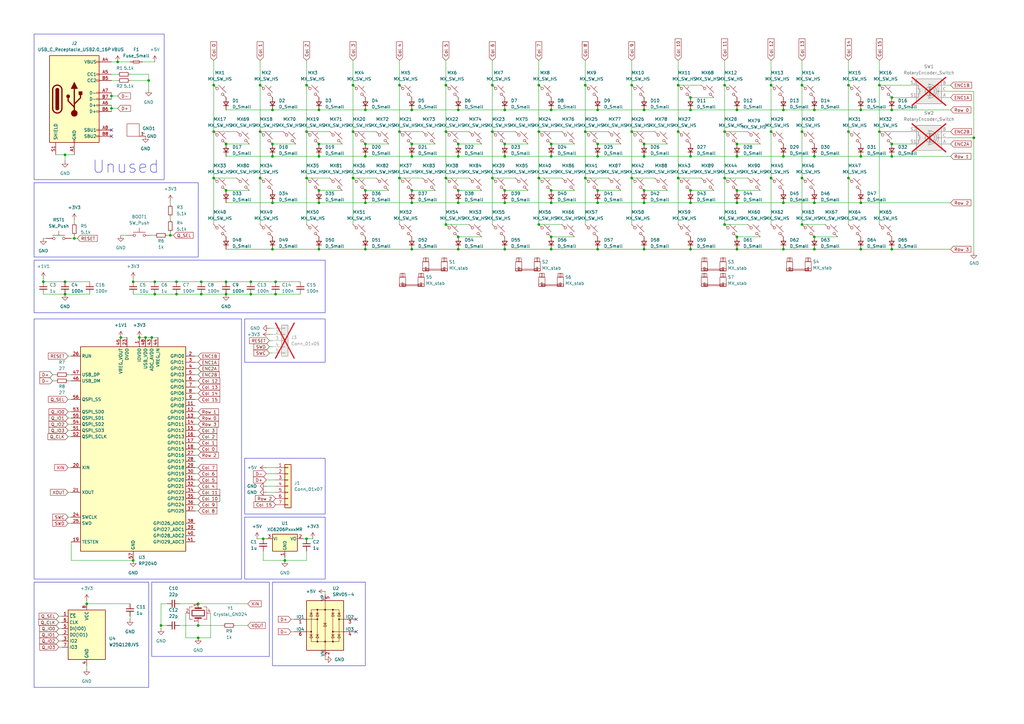
<source format=kicad_sch>
(kicad_sch (version 20231120) (generator "eeschema") (generator_version "8.0")
  (paper "A3")
  (junction (at 111.76 45.085))
  (junction (at 316.23 34.925))
  (junction (at 125.73 73.025))
  (junction (at 149.86 59.055))
  (junction (at 365.76 45.085))
  (junction (at 187.96 78.105))
  (junction (at 187.96 83.185))
  (junction (at 54.61 229.87))
  (junction (at 264.16 102.235))
  (junction (at 182.88 34.925))
  (junction (at 168.91 64.135))
  (junction (at 240.03 73.025))
  (junction (at 57.15 138.43))
  (junction (at 113.03 115.57))
  (junction (at 347.98 53.975))
  (junction (at 334.01 83.185))
  (junction (at 82.55 115.57))
  (junction (at 125.73 53.975))
  (junction (at 365.76 59.055))
  (junction (at 302.26 64.135))
  (junction (at 130.81 102.235))
  (junction (at 45.72 39.37))
  (junction (at 226.06 83.185))
  (junction (at 240.03 53.975))
  (junction (at 220.98 92.075))
  (junction (at 168.91 45.085))
  (junction (at 353.06 64.135))
  (junction (at 328.93 34.925))
  (junction (at 207.01 64.135))
  (junction (at 347.98 34.925))
  (junction (at 144.78 34.925))
  (junction (at 264.16 64.135))
  (junction (at 17.78 115.57))
  (junction (at 245.11 59.055))
  (junction (at 106.68 53.975))
  (junction (at 334.01 45.085))
  (junction (at 187.96 59.055))
  (junction (at 102.87 115.57))
  (junction (at 130.81 64.135))
  (junction (at 87.63 73.025))
  (junction (at 360.68 34.925))
  (junction (at 63.5 115.57))
  (junction (at 321.31 83.185))
  (junction (at 283.21 78.105))
  (junction (at 72.39 115.57))
  (junction (at 245.11 83.185))
  (junction (at 207.01 83.185))
  (junction (at 360.68 53.975))
  (junction (at 182.88 53.975))
  (junction (at 187.96 64.135))
  (junction (at 259.08 34.925))
  (junction (at 82.55 120.65))
  (junction (at 226.06 64.135))
  (junction (at 283.21 40.005))
  (junction (at 278.13 73.025))
  (junction (at 163.83 34.925))
  (junction (at 187.96 97.155))
  (junction (at 69.85 96.52))
  (junction (at 130.81 59.055))
  (junction (at 48.26 25.4))
  (junction (at 264.16 45.085))
  (junction (at 316.23 53.975))
  (junction (at 49.53 138.43))
  (junction (at 26.67 63.5))
  (junction (at 149.86 78.105))
  (junction (at 92.71 120.65))
  (junction (at 334.01 64.135))
  (junction (at 130.81 78.105))
  (junction (at 66.04 256.54))
  (junction (at 111.76 59.055))
  (junction (at 283.21 64.135))
  (junction (at 297.18 53.975))
  (junction (at 168.91 102.235))
  (junction (at 87.63 53.975))
  (junction (at 72.39 120.65))
  (junction (at 163.83 53.975))
  (junction (at 259.08 53.975))
  (junction (at 92.71 115.57))
  (junction (at 102.87 120.65))
  (junction (at 116.84 229.87))
  (junction (at 92.71 59.055))
  (junction (at 278.13 53.975))
  (junction (at 302.26 102.235))
  (junction (at 168.91 59.055))
  (junction (at 226.06 59.055))
  (junction (at 353.06 83.185))
  (junction (at 149.86 102.235))
  (junction (at 297.18 73.025))
  (junction (at 302.26 45.085))
  (junction (at 59.69 138.43))
  (junction (at 144.78 73.025))
  (junction (at 321.31 64.135))
  (junction (at 226.06 97.155))
  (junction (at 328.93 92.075))
  (junction (at 106.68 73.025))
  (junction (at 63.5 120.65))
  (junction (at 54.61 115.57))
  (junction (at 264.16 59.055))
  (junction (at 113.03 120.65))
  (junction (at 81.28 261.62))
  (junction (at 365.76 64.135))
  (junction (at 130.81 45.085))
  (junction (at 316.23 73.025))
  (junction (at 334.01 97.155))
  (junction (at 365.76 40.005))
  (junction (at 347.98 73.025))
  (junction (at 87.63 34.925))
  (junction (at 130.81 83.185))
  (junction (at 226.06 102.235))
  (junction (at 111.76 64.135))
  (junction (at 207.01 59.055))
  (junction (at 45.72 44.45))
  (junction (at 60.96 33.02))
  (junction (at 220.98 73.025))
  (junction (at 220.98 34.925))
  (junction (at 278.13 34.925))
  (junction (at 220.98 53.975))
  (junction (at 328.93 53.975))
  (junction (at 207.01 78.105))
  (junction (at 149.86 45.085))
  (junction (at 111.76 102.235))
  (junction (at 81.28 256.54))
  (junction (at 187.96 45.085))
  (junction (at 168.91 83.185))
  (junction (at 302.26 97.155))
  (junction (at 182.88 73.025))
  (junction (at 125.73 34.925))
  (junction (at 125.73 220.98))
  (junction (at 30.48 97.79))
  (junction (at 201.93 73.025))
  (junction (at 302.26 83.185))
  (junction (at 283.21 102.235))
  (junction (at 302.26 78.105))
  (junction (at 399.415 56.515))
  (junction (at 321.31 45.085))
  (junction (at 111.76 83.185))
  (junction (at 226.06 45.085))
  (junction (at 259.08 73.025))
  (junction (at 26.67 120.65))
  (junction (at 365.76 102.235))
  (junction (at 168.91 78.105))
  (junction (at 35.56 247.65))
  (junction (at 201.93 34.925))
  (junction (at 149.86 83.185))
  (junction (at 207.01 45.085))
  (junction (at 353.06 102.235))
  (junction (at 187.96 102.235))
  (junction (at 107.95 220.98))
  (junction (at 240.03 34.925))
  (junction (at 62.23 138.43))
  (junction (at 182.88 92.075))
  (junction (at 264.16 78.105))
  (junction (at 207.01 102.235))
  (junction (at 149.86 64.135))
  (junction (at 163.83 73.025))
  (junction (at 226.06 78.105))
  (junction (at 302.26 59.055))
  (junction (at 26.67 115.57))
  (junction (at 106.68 34.925))
  (junction (at 353.06 45.085))
  (junction (at 297.18 92.075))
  (junction (at 144.78 53.975))
  (junction (at 334.01 102.235))
  (junction (at 245.11 102.235))
  (junction (at 201.93 53.975))
  (junction (at 328.93 73.025))
  (junction (at 297.18 34.925))
  (junction (at 81.28 247.65))
  (junction (at 245.11 78.105))
  (junction (at 245.11 64.135))
  (junction (at 92.71 78.105))
  (junction (at 321.31 102.235))
  (junction (at 283.21 83.185))
  (junction (at 245.11 45.085))
  (junction (at 283.21 45.085))
  (junction (at 264.16 83.185))
  (no_connect (at 45.72 55.88))
  (no_connect (at 146.05 254))
  (no_connect (at 146.05 259.08))
  (no_connect (at 45.72 53.34))
  (wire (pts (xy 66.04 256.54) (xy 66.04 257.81)))
  (wire (pts (xy 53.34 33.02) (xy 60.96 33.02)))
  (wire (pts (xy 60.96 30.48) (xy 60.96 33.02)))
  (wire (pts (xy 353.06 45.085) (xy 365.76 45.085)))
  (wire (pts (xy 72.39 115.57) (xy 82.55 115.57)))
  (wire (pts (xy 168.91 83.185) (xy 187.96 83.185)))
  (wire (pts (xy 87.63 73.025) (xy 97.155 73.025)))
  (wire (pts (xy 360.68 24.765) (xy 360.68 34.925)))
  (wire (pts (xy 182.88 53.975) (xy 182.88 73.025)))
  (wire (pts (xy 297.18 53.975) (xy 297.18 73.025)))
  (wire (pts (xy 264.16 102.235) (xy 283.21 102.235)))
  (wire (pts (xy 334.01 102.235) (xy 353.06 102.235)))
  (wire (pts (xy 45.72 39.37) (xy 45.72 40.64)))
  (wire (pts (xy 226.06 97.155) (xy 235.585 97.155)))
  (wire (pts (xy 328.93 24.765) (xy 328.93 34.925)))
  (wire (pts (xy 17.78 114.3) (xy 17.78 115.57)))
  (wire (pts (xy 259.08 53.975) (xy 268.605 53.975)))
  (wire (pts (xy 92.71 120.65) (xy 102.87 120.65)))
  (wire (pts (xy 283.21 45.085) (xy 302.26 45.085)))
  (wire (pts (xy 389.89 83.185) (xy 353.06 83.185)))
  (wire (pts (xy 81.28 156.21) (xy 80.01 156.21)))
  (wire (pts (xy 111.76 83.185) (xy 130.81 83.185)))
  (wire (pts (xy 49.53 138.43) (xy 52.07 138.43)))
  (wire (pts (xy 92.71 59.055) (xy 102.235 59.055)))
  (wire (pts (xy 68.58 247.65) (xy 66.04 247.65)))
  (wire (pts (xy 63.5 115.57) (xy 72.39 115.57)))
  (wire (pts (xy 278.13 73.025) (xy 278.13 92.075)))
  (wire (pts (xy 321.31 83.185) (xy 334.01 83.185)))
  (wire (pts (xy 26.67 120.65) (xy 36.83 120.65)))
  (wire (pts (xy 302.26 64.135) (xy 321.31 64.135)))
  (wire (pts (xy 125.73 24.765) (xy 125.73 34.925)))
  (wire (pts (xy 302.26 45.085) (xy 321.31 45.085)))
  (wire (pts (xy 48.26 39.37) (xy 45.72 39.37)))
  (wire (pts (xy 107.95 220.98) (xy 109.22 220.98)))
  (wire (pts (xy 264.16 45.085) (xy 283.21 45.085)))
  (wire (pts (xy 259.08 24.765) (xy 259.08 34.925)))
  (wire (pts (xy 125.73 73.025) (xy 125.73 92.075)))
  (wire (pts (xy 328.93 34.925) (xy 328.93 53.975)))
  (wire (pts (xy 87.63 53.975) (xy 97.155 53.975)))
  (wire (pts (xy 226.06 45.085) (xy 245.11 45.085)))
  (wire (pts (xy 187.96 97.155) (xy 197.485 97.155)))
  (wire (pts (xy 111.76 64.135) (xy 130.81 64.135)))
  (wire (pts (xy 48.26 44.45) (xy 45.72 44.45)))
  (wire (pts (xy 328.93 73.025) (xy 328.93 92.075)))
  (wire (pts (xy 92.71 45.085) (xy 111.76 45.085)))
  (wire (pts (xy 92.71 64.135) (xy 111.76 64.135)))
  (wire (pts (xy 168.91 45.085) (xy 187.96 45.085)))
  (wire (pts (xy 111.76 59.055) (xy 121.285 59.055)))
  (wire (pts (xy 353.06 64.135) (xy 365.76 64.135)))
  (wire (pts (xy 22.86 63.5) (xy 26.67 63.5)))
  (wire (pts (xy 321.31 102.235) (xy 334.01 102.235)))
  (wire (pts (xy 81.28 256.54) (xy 81.28 255.27)))
  (wire (pts (xy 240.03 53.975) (xy 240.03 73.025)))
  (wire (pts (xy 316.23 53.975) (xy 316.23 73.025)))
  (wire (pts (xy 201.93 73.025) (xy 211.455 73.025)))
  (wire (pts (xy 278.13 73.025) (xy 287.655 73.025)))
  (wire (pts (xy 81.28 196.85) (xy 80.01 196.85)))
  (wire (pts (xy 69.85 88.9) (xy 69.85 90.17)))
  (wire (pts (xy 163.83 53.975) (xy 163.83 73.025)))
  (wire (pts (xy 125.73 34.925) (xy 125.73 53.975)))
  (wire (pts (xy 53.34 254) (xy 53.34 252.73)))
  (wire (pts (xy 87.63 24.765) (xy 87.63 34.925)))
  (wire (pts (xy 24.13 260.35) (xy 25.4 260.35)))
  (wire (pts (xy 316.23 34.925) (xy 316.23 53.975)))
  (wire (pts (xy 81.28 261.62) (xy 86.36 261.62)))
  (wire (pts (xy 207.01 78.105) (xy 216.535 78.105)))
  (wire (pts (xy 226.06 59.055) (xy 235.585 59.055)))
  (wire (pts (xy 130.81 45.085) (xy 149.86 45.085)))
  (wire (pts (xy 81.28 151.13) (xy 80.01 151.13)))
  (wire (pts (xy 24.13 255.27) (xy 25.4 255.27)))
  (wire (pts (xy 113.03 115.57) (xy 123.19 115.57)))
  (wire (pts (xy 220.98 34.925) (xy 220.98 53.975)))
  (wire (pts (xy 149.86 102.235) (xy 168.91 102.235)))
  (wire (pts (xy 149.86 64.135) (xy 168.91 64.135)))
  (wire (pts (xy 81.28 146.05) (xy 80.01 146.05)))
  (wire (pts (xy 389.89 40.005) (xy 388.62 40.005)))
  (wire (pts (xy 201.93 24.765) (xy 201.93 34.925)))
  (wire (pts (xy 73.66 256.54) (xy 81.28 256.54)))
  (wire (pts (xy 24.13 265.43) (xy 25.4 265.43)))
  (wire (pts (xy 245.11 59.055) (xy 254.635 59.055)))
  (wire (pts (xy 187.96 83.185) (xy 207.01 83.185)))
  (wire (pts (xy 302.26 97.155) (xy 311.785 97.155)))
  (wire (pts (xy 27.94 179.07) (xy 29.21 179.07)))
  (wire (pts (xy 81.28 163.83) (xy 80.01 163.83)))
  (wire (pts (xy 21.59 156.21) (xy 22.86 156.21)))
  (wire (pts (xy 91.44 256.54) (xy 81.28 256.54)))
  (wire (pts (xy 81.28 186.69) (xy 80.01 186.69)))
  (wire (pts (xy 110.49 144.78) (xy 111.76 144.78)))
  (wire (pts (xy 302.26 78.105) (xy 311.785 78.105)))
  (wire (pts (xy 149.86 78.105) (xy 159.385 78.105)))
  (wire (pts (xy 187.96 64.135) (xy 207.01 64.135)))
  (wire (pts (xy 226.06 78.105) (xy 235.585 78.105)))
  (wire (pts (xy 27.94 191.77) (xy 29.21 191.77)))
  (wire (pts (xy 35.56 247.65) (xy 53.34 247.65)))
  (wire (pts (xy 334.01 97.155) (xy 343.535 97.155)))
  (wire (pts (xy 144.78 34.925) (xy 144.78 53.975)))
  (wire (pts (xy 81.28 153.67) (xy 80.01 153.67)))
  (wire (pts (xy 187.96 45.085) (xy 207.01 45.085)))
  (wire (pts (xy 130.81 64.135) (xy 149.86 64.135)))
  (wire (pts (xy 182.88 73.025) (xy 192.405 73.025)))
  (wire (pts (xy 27.94 214.63) (xy 29.21 214.63)))
  (wire (pts (xy 297.18 73.025) (xy 297.18 92.075)))
  (wire (pts (xy 278.13 34.925) (xy 287.655 34.925)))
  (wire (pts (xy 226.06 64.135) (xy 245.11 64.135)))
  (wire (pts (xy 297.18 53.975) (xy 306.705 53.975)))
  (wire (pts (xy 29.21 229.87) (xy 54.61 229.87)))
  (wire (pts (xy 27.94 146.05) (xy 29.21 146.05)))
  (wire (pts (xy 60.96 33.02) (xy 60.96 36.83)))
  (wire (pts (xy 24.13 262.89) (xy 25.4 262.89)))
  (wire (pts (xy 119.38 259.08) (xy 120.65 259.08)))
  (wire (pts (xy 283.21 78.105) (xy 292.735 78.105)))
  (wire (pts (xy 283.21 83.185) (xy 302.26 83.185)))
  (wire (pts (xy 365.76 102.235) (xy 389.89 102.235)))
  (wire (pts (xy 130.81 78.105) (xy 140.335 78.105)))
  (wire (pts (xy 71.12 96.52) (xy 69.85 96.52)))
  (wire (pts (xy 334.01 83.185) (xy 353.06 83.185)))
  (wire (pts (xy 17.78 97.79) (xy 19.05 97.79)))
  (wire (pts (xy 133.35 242.57) (xy 133.35 243.84)))
  (wire (pts (xy 201.93 73.025) (xy 201.93 92.075)))
  (wire (pts (xy 297.18 34.925) (xy 297.18 53.975)))
  (wire (pts (xy 48.26 25.4) (xy 53.34 25.4)))
  (wire (pts (xy 321.31 45.085) (xy 334.01 45.085)))
  (wire (pts (xy 207.01 102.235) (xy 226.06 102.235)))
  (wire (pts (xy 130.81 102.235) (xy 149.86 102.235)))
  (wire (pts (xy 125.73 226.06) (xy 125.73 229.87)))
  (wire (pts (xy 389.89 34.925) (xy 388.62 34.925)))
  (wire (pts (xy 54.61 120.65) (xy 63.5 120.65)))
  (wire (pts (xy 81.28 176.53) (xy 80.01 176.53)))
  (wire (pts (xy 102.87 120.65) (xy 113.03 120.65)))
  (wire (pts (xy 92.71 115.57) (xy 102.87 115.57)))
  (wire (pts (xy 297.18 24.765) (xy 297.18 34.925)))
  (wire (pts (xy 81.28 209.55) (xy 80.01 209.55)))
  (wire (pts (xy 125.73 53.975) (xy 125.73 73.025)))
  (wire (pts (xy 207.01 64.135) (xy 226.06 64.135)))
  (wire (pts (xy 278.13 53.975) (xy 278.13 73.025)))
  (wire (pts (xy 54.61 115.57) (xy 63.5 115.57)))
  (wire (pts (xy 110.49 134.62) (xy 111.76 134.62)))
  (wire (pts (xy 328.93 53.975) (xy 328.93 73.025)))
  (wire (pts (xy 81.28 207.01) (xy 80.01 207.01)))
  (wire (pts (xy 125.73 53.975) (xy 135.255 53.975)))
  (wire (pts (xy 113.03 120.65) (xy 123.19 120.65)))
  (wire (pts (xy 259.08 73.025) (xy 259.08 92.075)))
  (wire (pts (xy 59.69 138.43) (xy 62.23 138.43)))
  (wire (pts (xy 264.16 78.105) (xy 273.685 78.105)))
  (wire (pts (xy 334.01 45.085) (xy 353.06 45.085)))
  (wire (pts (xy 53.34 30.48) (xy 60.96 30.48)))
  (wire (pts (xy 87.63 53.975) (xy 87.63 73.025)))
  (wire (pts (xy 92.71 83.185) (xy 111.76 83.185)))
  (wire (pts (xy 27.94 173.99) (xy 29.21 173.99)))
  (wire (pts (xy 27.94 201.93) (xy 29.21 201.93)))
  (wire (pts (xy 347.98 24.765) (xy 347.98 34.925)))
  (wire (pts (xy 45.72 38.1) (xy 45.72 39.37)))
  (wire (pts (xy 105.41 220.98) (xy 107.95 220.98)))
  (wire (pts (xy 30.48 90.17) (xy 30.48 91.44)))
  (wire (pts (xy 87.63 34.925) (xy 87.63 53.975)))
  (wire (pts (xy 365.76 59.055) (xy 373.38 59.055)))
  (wire (pts (xy 58.42 25.4) (xy 63.5 25.4)))
  (wire (pts (xy 133.35 270.51) (xy 133.35 269.24)))
  (wire (pts (xy 110.49 139.7) (xy 111.76 139.7)))
  (wire (pts (xy 63.5 120.65) (xy 72.39 120.65)))
  (wire (pts (xy 163.83 53.975) (xy 173.355 53.975)))
  (wire (pts (xy 207.01 83.185) (xy 226.06 83.185)))
  (wire (pts (xy 45.72 43.18) (xy 45.72 44.45)))
  (wire (pts (xy 82.55 120.65) (xy 92.71 120.65)))
  (wire (pts (xy 264.16 59.055) (xy 273.685 59.055)))
  (wire (pts (xy 245.11 64.135) (xy 264.16 64.135)))
  (wire (pts (xy 220.98 53.975) (xy 220.98 73.025)))
  (wire (pts (xy 81.28 191.77) (xy 80.01 191.77)))
  (wire (pts (xy 245.11 78.105) (xy 254.635 78.105)))
  (wire (pts (xy 144.78 73.025) (xy 154.305 73.025)))
  (wire (pts (xy 72.39 120.65) (xy 82.55 120.65)))
  (wire (pts (xy 106.68 53.975) (xy 106.68 73.025)))
  (wire (pts (xy 201.93 53.975) (xy 211.455 53.975)))
  (wire (pts (xy 297.18 92.075) (xy 306.705 92.075)))
  (wire (pts (xy 149.86 83.185) (xy 168.91 83.185)))
  (wire (pts (xy 163.83 24.765) (xy 163.83 34.925)))
  (wire (pts (xy 87.63 73.025) (xy 87.63 92.075)))
  (wire (pts (xy 226.06 102.235) (xy 245.11 102.235)))
  (wire (pts (xy 259.08 34.925) (xy 259.08 53.975)))
  (wire (pts (xy 82.55 115.57) (xy 92.71 115.57)))
  (wire (pts (xy 163.83 34.925) (xy 163.83 53.975)))
  (wire (pts (xy 110.49 137.16) (xy 111.76 137.16)))
  (wire (pts (xy 220.98 73.025) (xy 230.505 73.025)))
  (wire (pts (xy 278.13 34.925) (xy 278.13 53.975)))
  (wire (pts (xy 81.28 181.61) (xy 80.01 181.61)))
  (wire (pts (xy 240.03 34.925) (xy 240.03 53.975)))
  (wire (pts (xy 321.31 64.135) (xy 334.01 64.135)))
  (wire (pts (xy 278.13 24.765) (xy 278.13 34.925)))
  (wire (pts (xy 353.06 102.235) (xy 365.76 102.235)))
  (wire (pts (xy 373.38 40.005) (xy 365.76 40.005)))
  (wire (pts (xy 106.68 24.765) (xy 106.68 34.925)))
  (wire (pts (xy 220.98 53.975) (xy 230.505 53.975)))
  (wire (pts (xy 182.88 24.765) (xy 182.88 34.925)))
  (wire (pts (xy 389.89 53.975) (xy 388.62 53.975)))
  (wire (pts (xy 81.28 158.75) (xy 80.01 158.75)))
  (wire (pts (xy 109.22 199.39) (xy 113.03 199.39)))
  (wire (pts (xy 347.98 73.025) (xy 347.98 92.075)))
  (wire (pts (xy 81.28 204.47) (xy 80.01 204.47)))
  (wire (pts (xy 107.95 229.87) (xy 116.84 229.87)))
  (wire (pts (xy 389.89 59.055) (xy 388.62 59.055)))
  (wire (pts (xy 399.415 37.465) (xy 388.62 37.465)))
  (wire (pts (xy 283.21 102.235) (xy 302.26 102.235)))
  (wire (pts (xy 81.28 199.39) (xy 80.01 199.39)))
  (wire (pts (xy 264.16 64.135) (xy 283.21 64.135)))
  (wire (pts (xy 360.68 34.925) (xy 360.68 53.975)))
  (wire (pts (xy 245.11 45.085) (xy 264.16 45.085)))
  (wire (pts (xy 30.48 96.52) (xy 30.48 97.79)))
  (wire (pts (xy 81.28 161.29) (xy 80.01 161.29)))
  (wire (pts (xy 27.94 171.45) (xy 29.21 171.45)))
  (wire (pts (xy 57.15 138.43) (xy 59.69 138.43)))
  (wire (pts (xy 264.16 83.185) (xy 283.21 83.185)))
  (wire (pts (xy 48.26 33.02) (xy 45.72 33.02)))
  (wire (pts (xy 81.28 173.99) (xy 80.01 173.99)))
  (wire (pts (xy 328.93 92.075) (xy 338.455 92.075)))
  (wire (pts (xy 347.98 34.925) (xy 347.98 53.975)))
  (wire (pts (xy 111.76 45.085) (xy 130.81 45.085)))
  (wire (pts (xy 240.03 24.765) (xy 240.03 34.925)))
  (wire (pts (xy 27.94 212.09) (xy 29.21 212.09)))
  (wire (pts (xy 76.2 251.46) (xy 76.2 261.62)))
  (wire (pts (xy 66.04 247.65) (xy 66.04 256.54)))
  (wire (pts (xy 81.28 201.93) (xy 80.01 201.93)))
  (wire (pts (xy 187.96 59.055) (xy 197.485 59.055)))
  (wire (pts (xy 109.22 196.85) (xy 113.03 196.85)))
  (wire (pts (xy 45.72 30.48) (xy 48.26 30.48)))
  (wire (pts (xy 125.73 229.87) (xy 116.84 229.87)))
  (wire (pts (xy 81.28 168.91) (xy 80.01 168.91)))
  (wire (pts (xy 334.01 64.135) (xy 353.06 64.135)))
  (wire (pts (xy 399.415 56.515) (xy 388.62 56.515)))
  (wire (pts (xy 399.415 103.505) (xy 399.415 56.515)))
  (wire (pts (xy 27.94 168.91) (xy 29.21 168.91)))
  (wire (pts (xy 302.26 59.055) (xy 311.785 59.055)))
  (wire (pts (xy 17.78 120.65) (xy 26.67 120.65)))
  (wire (pts (xy 144.78 53.975) (xy 154.305 53.975)))
  (wire (pts (xy 149.86 59.055) (xy 159.385 59.055)))
  (wire (pts (xy 69.85 82.55) (xy 69.85 83.82)))
  (wire (pts (xy 26.67 66.04) (xy 26.67 63.5)))
  (wire (pts (xy 31.75 97.79) (xy 30.48 97.79)))
  (wire (pts (xy 109.22 191.77) (xy 113.03 191.77)))
  (wire (pts (xy 168.91 102.235) (xy 187.96 102.235)))
  (wire (pts (xy 106.68 34.925) (xy 106.68 53.975)))
  (wire (pts (xy 163.83 73.025) (xy 163.83 92.075)))
  (wire (pts (xy 220.98 24.765) (xy 220.98 34.925)))
  (wire (pts (xy 245.11 102.235) (xy 264.16 102.235)))
  (wire (pts (xy 316.23 73.025) (xy 316.23 92.075)))
  (wire (pts (xy 81.28 148.59) (xy 80.01 148.59)))
  (wire (pts (xy 81.28 179.07) (xy 80.01 179.07)))
  (wire (pts (xy 226.06 83.185) (xy 245.11 83.185)))
  (wire (pts (xy 27.94 153.67) (xy 29.21 153.67)))
  (wire (pts (xy 35.56 274.32) (xy 35.56 273.05)))
  (wire (pts (xy 144.78 24.765) (xy 144.78 34.925)))
  (wire (pts (xy 92.71 102.235) (xy 111.76 102.235)))
  (wire (pts (xy 86.36 251.46) (xy 86.36 261.62)))
  (wire (pts (xy 144.78 53.975) (xy 144.78 73.025)))
  (wire (pts (xy 149.86 45.085) (xy 168.91 45.085)))
  (wire (pts (xy 128.27 220.98) (xy 125.73 220.98)))
  (wire (pts (xy 182.88 53.975) (xy 192.405 53.975)))
  (wire (pts (xy 17.78 115.57) (xy 26.67 115.57)))
  (wire (pts (xy 45.72 44.45) (xy 45.72 45.72)))
  (wire (pts (xy 168.91 78.105) (xy 178.435 78.105)))
  (wire (pts (xy 21.59 153.67) (xy 22.86 153.67)))
  (wire (pts (xy 81.28 184.15) (xy 80.01 184.15)))
  (wire (pts (xy 106.68 53.975) (xy 116.205 53.975)))
  (wire (pts (xy 347.98 53.975) (xy 347.98 73.025)))
  (wire (pts (xy 207.01 45.085) (xy 226.06 45.085)))
  (wire (pts (xy 130.81 59.055) (xy 140.335 59.055)))
  (wire (pts (xy 125.73 73.025) (xy 135.255 73.025)))
  (wire (pts (xy 111.76 102.235) (xy 130.81 102.235)))
  (wire (pts (xy 54.61 114.3) (xy 54.61 115.57)))
  (wire (pts (xy 130.81 83.185) (xy 149.86 83.185)))
  (wire (pts (xy 187.96 102.235) (xy 207.01 102.235)))
  (wire (pts (xy 69.85 95.25) (xy 69.85 96.52)))
  (wire (pts (xy 182.88 73.025) (xy 182.88 92.075)))
  (wire (pts (xy 187.96 78.105) (xy 197.485 78.105)))
  (wire (pts (xy 201.93 53.975) (xy 201.93 73.025)))
  (wire (pts (xy 168.91 59.055) (xy 178.435 59.055)))
  (wire (pts (xy 81.28 194.31) (xy 80.01 194.31)))
  (wire (pts (xy 207.01 59.055) (xy 216.535 59.055)))
  (wire (pts (xy 106.68 73.025) (xy 106.68 92.075)))
  (wire (pts (xy 81.28 247.65) (xy 101.6 247.65)))
  (wire (pts (xy 109.22 201.93) (xy 113.03 201.93)))
  (wire (pts (xy 45.72 25.4) (xy 48.26 25.4)))
  (wire (pts (xy 81.28 171.45) (xy 80.01 171.45)))
  (wire (pts (xy 259.08 53.975) (xy 259.08 73.025)))
  (wire (pts (xy 283.21 40.005) (xy 292.735 40.005)))
  (wire (pts (xy 76.2 261.62) (xy 81.28 261.62)))
  (wire (pts (xy 27.94 176.53) (xy 29.21 176.53)))
  (wire (pts (xy 30.48 97.79) (xy 29.21 97.79)))
  (wire (pts (xy 24.13 257.81) (xy 25.4 257.81)))
  (wire (pts (xy 316.23 24.765) (xy 316.23 34.925)))
  (wire (pts (xy 125.73 220.98) (xy 124.46 220.98)))
  (wire (pts (xy 302.26 83.185) (xy 321.31 83.185)))
  (wire (pts (xy 26.67 63.5) (xy 30.48 63.5)))
  (wire (pts (xy 24.13 252.73) (xy 25.4 252.73)))
  (wire (pts (xy 107.95 226.06) (xy 107.95 229.87)))
  (wire (pts (xy 297.18 73.025) (xy 306.705 73.025)))
  (wire (pts (xy 92.71 78.105) (xy 102.235 78.105)))
  (wire (pts (xy 182.88 92.075) (xy 192.405 92.075)))
  (wire (pts (xy 102.87 115.57) (xy 113.03 115.57)))
  (wire (pts (xy 182.88 34.925) (xy 182.88 53.975)))
  (wire (pts (xy 240.03 73.025) (xy 249.555 73.025)))
  (wire (pts (xy 35.56 246.38) (xy 35.56 247.65)))
  (wire (pts (xy 69.85 96.52) (xy 68.58 96.52)))
  (wire (pts (xy 365.76 45.085) (xy 389.89 45.085)))
  (wire (pts (xy 168.91 64.135) (xy 187.96 64.135)))
  (wire (pts (xy 240.03 53.975) (xy 249.555 53.975)))
  (wire (pts (xy 220.98 92.075) (xy 230.505 92.075)))
  (wire (pts (xy 49.53 96.52) (xy 52.07 96.52)))
  (wire (pts (xy 360.68 53.975) (xy 373.38 53.975)))
  (wire (pts (xy 73.66 247.65) (xy 81.28 247.65)))
  (wire (pts (xy 302.26 102.235) (xy 321.31 102.235)))
  (wire (pts (xy 109.22 194.31) (xy 113.03 194.31)))
  (wire (pts (xy 63.5 96.52) (xy 62.23 96.52)))
  (wire (pts (xy 119.38 254) (xy 120.65 254)))
  (wire (pts (xy 27.94 163.83) (xy 29.21 163.83)))
  (wire (pts (xy 96.52 256.54) (xy 101.6 256.54)))
  (wire (pts (xy 163.83 73.025) (xy 173.355 73.025)))
  (wire (pts (xy 27.94 156.21) (xy 29.21 156.21)))
  (wire (pts (xy 62.23 138.43) (xy 64.77 138.43)))
  (wire (pts (xy 245.11 83.185) (xy 264.16 83.185)))
  (wire (pts (xy 283.21 64.135) (xy 302.26 64.135)))
  (wire (pts (xy 29.21 222.25) (xy 29.21 229.87)))
  (wire (pts (xy 116.84 229.87) (xy 116.84 228.6)))
  (wire (pts (xy 259.08 73.025) (xy 268.605 73.025)))
  (wire (pts (xy 240.03 73.025) (xy 240.03 92.075)))
  (wire (pts (xy 144.78 73.025) (xy 144.78 92.075)))
  (wire (pts (xy 360.68 34.925) (xy 373.38 34.925)))
  (wire (pts (xy 201.93 34.925) (xy 201.93 53.975)))
  (wire (pts (xy 26.67 115.57) (xy 36.83 115.57)))
  (wire (pts (xy 360.68 53.975) (xy 360.68 92.075)))
  (wire (pts (xy 399.415 37.465) (xy 399.415 56.515)))
  (wire (pts (xy 66.04 256.54) (xy 68.58 256.54)))
  (wire (pts (xy 110.49 142.24) (xy 111.76 142.24)))
  (wire (pts (xy 365.76 64.135) (xy 389.89 64.135)))
  (wire (pts (xy 220.98 73.025) (xy 220.98 92.075)))
  (rectangle (start 13.97 106.68) (end 133.35 128.27))
  (rectangle (start 100.33 187.96) (end 133.35 210.82))
  (rectangle (start 100.33 212.09) (end 133.35 237.49))
  (rectangle (start 111.76 238.76) (end 149.86 273.05))
  (rectangle (start 62.23 238.76) (end 110.49 269.24))
  (rectangle (start 13.97 130.81) (end 99.06 237.49))
  (rectangle (start 100.33 130.81) (end 133.35 148.59))
  (rectangle (start 13.97 13.97) (end 67.31 73.66))
  (rectangle (start 13.97 238.76) (end 60.96 281.94))
  (rectangle (start 13.97 74.93) (end 81.28 105.41))
  (text "Unused" (at 51.562 68.58 0) (effects (font (size 5.08 5.08))))
  (global_label "Col 7" (shape input) (at 81.28 191.77 0) (property "Intersheetrefs" "${INTERSHEET_REFS}" (effects (hide yes))))
  (global_label "ENC2A" (shape input) (at 81.28 151.13 0) (property "Intersheetrefs" "${INTERSHEET_REFS}" (effects (hide yes))))
  (global_label "Q_IO2" (shape input) (at 27.94 173.99 180) (property "Intersheetrefs" "${INTERSHEET_REFS}" (effects (hide yes))))
  (global_label "ENC1B" (shape input) (at 389.89 34.925 0) (property "Intersheetrefs" "${INTERSHEET_REFS}" (effects (hide yes))))
  (global_label "Col 11" (shape input) (at 297.18 24.765 90) (property "Intersheetrefs" "${INTERSHEET_REFS}" (effects (hide yes))))
  (global_label "D-" (shape input) (at 109.22 194.31 180) (property "Intersheetrefs" "${INTERSHEET_REFS}" (effects (hide yes))))
  (global_label "XIN" (shape input) (at 101.6 247.65 0) (property "Intersheetrefs" "${INTERSHEET_REFS}" (effects (hide yes))))
  (global_label "D+" (shape input) (at 109.22 196.85 180) (property "Intersheetrefs" "${INTERSHEET_REFS}" (effects (hide yes))))
  (global_label "ENC2A" (shape input) (at 389.89 59.055 0) (property "Intersheetrefs" "${INTERSHEET_REFS}" (effects (hide yes))))
  (global_label "XIN" (shape input) (at 27.94 191.77 180) (property "Intersheetrefs" "${INTERSHEET_REFS}" (effects (hide yes))))
  (global_label "Col 15" (shape input) (at 360.68 24.765 90) (property "Intersheetrefs" "${INTERSHEET_REFS}" (effects (hide yes))))
  (global_label "Col 8" (shape input) (at 240.03 24.765 90) (property "Intersheetrefs" "${INTERSHEET_REFS}" (effects (hide yes))))
  (global_label "Col 2" (shape input) (at 125.73 24.765 90) (property "Intersheetrefs" "${INTERSHEET_REFS}" (effects (hide yes))))
  (global_label "Q_IO1" (shape input) (at 24.13 260.35 180) (property "Intersheetrefs" "${INTERSHEET_REFS}" (effects (hide yes))))
  (global_label "Col 11" (shape input) (at 81.28 201.93 0) (property "Intersheetrefs" "${INTERSHEET_REFS}" (effects (hide yes))))
  (global_label "Col 9" (shape input) (at 259.08 24.765 90) (property "Intersheetrefs" "${INTERSHEET_REFS}" (effects (hide yes))))
  (global_label "Q_SEL" (shape input) (at 24.13 252.73 180) (property "Intersheetrefs" "${INTERSHEET_REFS}" (effects (hide yes))))
  (global_label "Col 1" (shape input) (at 106.68 24.765 90) (property "Intersheetrefs" "${INTERSHEET_REFS}" (effects (hide yes))))
  (global_label "Q_IO1" (shape input) (at 27.94 171.45 180) (property "Intersheetrefs" "${INTERSHEET_REFS}" (effects (hide yes))))
  (global_label "Q_IO0" (shape input) (at 24.13 257.81 180) (property "Intersheetrefs" "${INTERSHEET_REFS}" (effects (hide yes))))
  (global_label "Q_IO3" (shape input) (at 27.94 176.53 180) (property "Intersheetrefs" "${INTERSHEET_REFS}" (effects (hide yes))))
  (global_label "Col 4" (shape input) (at 81.28 199.39 0) (property "Intersheetrefs" "${INTERSHEET_REFS}" (effects (hide yes))))
  (global_label "ENC2B" (shape input) (at 81.28 153.67 0) (property "Intersheetrefs" "${INTERSHEET_REFS}" (effects (hide yes))))
  (global_label "Col 5" (shape input) (at 182.88 24.765 90) (property "Intersheetrefs" "${INTERSHEET_REFS}" (effects (hide yes))))
  (global_label "Row 3" (shape input) (at 81.28 173.99 0) (property "Intersheetrefs" "${INTERSHEET_REFS}" (effects (hide yes))))
  (global_label "SWD" (shape input) (at 27.94 214.63 180) (property "Intersheetrefs" "${INTERSHEET_REFS}" (effects (hide yes))))
  (global_label "Col 12" (shape input) (at 81.28 156.21 0) (property "Intersheetrefs" "${INTERSHEET_REFS}" (effects (hide yes))))
  (global_label "Col 12" (shape input) (at 316.23 24.765 90) (property "Intersheetrefs" "${INTERSHEET_REFS}" (effects (hide yes))))
  (global_label "RESET" (shape input) (at 110.49 139.7 180) (property "Intersheetrefs" "${INTERSHEET_REFS}" (effects (hide yes))))
  (global_label "Col 3" (shape input) (at 144.78 24.765 90) (property "Intersheetrefs" "${INTERSHEET_REFS}" (effects (hide yes))))
  (global_label "Col 6" (shape input) (at 201.93 24.765 90) (property "Intersheetrefs" "${INTERSHEET_REFS}" (effects (hide yes))))
  (global_label "RESET" (shape input) (at 27.94 146.05 180) (property "Intersheetrefs" "${INTERSHEET_REFS}" (effects (hide yes))))
  (global_label "Q_IO3" (shape input) (at 24.13 265.43 180) (property "Intersheetrefs" "${INTERSHEET_REFS}" (effects (hide yes))))
  (global_label "Col 1" (shape input) (at 81.28 181.61 0) (property "Intersheetrefs" "${INTERSHEET_REFS}" (effects (hide yes))))
  (global_label "Q_SEL" (shape input) (at 71.12 96.52 0) (property "Intersheetrefs" "${INTERSHEET_REFS}" (effects (hide yes))))
  (global_label "SWC" (shape input) (at 27.94 212.09 180) (property "Intersheetrefs" "${INTERSHEET_REFS}" (effects (hide yes))))
  (global_label "Q_CLK" (shape input) (at 27.94 179.07 180) (property "Intersheetrefs" "${INTERSHEET_REFS}" (effects (hide yes))))
  (global_label "D+" (shape input) (at 48.26 44.45 0) (property "Intersheetrefs" "${INTERSHEET_REFS}" (effects (hide yes))))
  (global_label "Col 0" (shape input) (at 87.63 24.765 90) (property "Intersheetrefs" "${INTERSHEET_REFS}" (effects (hide yes))))
  (global_label "ENC2B" (shape input) (at 389.89 53.975 0) (property "Intersheetrefs" "${INTERSHEET_REFS}" (effects (hide yes))))
  (global_label "Col 13" (shape input) (at 328.93 24.765 90) (property "Intersheetrefs" "${INTERSHEET_REFS}" (effects (hide yes))))
  (global_label "RESET" (shape input) (at 31.75 97.79 0) (property "Intersheetrefs" "${INTERSHEET_REFS}" (effects (hide yes))))
  (global_label "ENC1B" (shape input) (at 81.28 146.05 0) (property "Intersheetrefs" "${INTERSHEET_REFS}" (effects (hide yes))))
  (global_label "Col 9" (shape input) (at 81.28 207.01 0) (property "Intersheetrefs" "${INTERSHEET_REFS}" (effects (hide yes))))
  (global_label "D+" (shape input) (at 119.38 254 180) (property "Intersheetrefs" "${INTERSHEET_REFS}" (effects (hide yes))))
  (global_label "ENC1A" (shape input) (at 389.89 40.005 0) (property "Intersheetrefs" "${INTERSHEET_REFS}" (effects (hide yes))))
  (global_label "Q_SEL" (shape input) (at 27.94 163.83 180) (property "Intersheetrefs" "${INTERSHEET_REFS}" (effects (hide yes))))
  (global_label "Row 1" (shape input) (at 389.89 64.135 0) (property "Intersheetrefs" "${INTERSHEET_REFS}" (effects (hide yes))))
  (global_label "Col 14" (shape input) (at 81.28 161.29 0) (property "Intersheetrefs" "${INTERSHEET_REFS}" (effects (hide yes))))
  (global_label "Row 0" (shape input) (at 81.28 171.45 0) (property "Intersheetrefs" "${INTERSHEET_REFS}" (effects (hide yes))))
  (global_label "Col 10" (shape input) (at 278.13 24.765 90) (property "Intersheetrefs" "${INTERSHEET_REFS}" (effects (hide yes))))
  (global_label "Col 10" (shape input) (at 81.28 204.47 0) (property "Intersheetrefs" "${INTERSHEET_REFS}" (effects (hide yes))))
  (global_label "Col 14" (shape input) (at 347.98 24.765 90) (property "Intersheetrefs" "${INTERSHEET_REFS}" (effects (hide yes))))
  (global_label "XOUT" (shape input) (at 27.94 201.93 180) (property "Intersheetrefs" "${INTERSHEET_REFS}" (effects (hide yes))))
  (global_label "Row 2" (shape input) (at 113.03 204.47 180) (property "Intersheetrefs" "${INTERSHEET_REFS}" (effects (hide yes))))
  (global_label "Col 15" (shape input) (at 81.28 163.83 0) (property "Intersheetrefs" "${INTERSHEET_REFS}" (effects (hide yes))))
  (global_label "Row 0" (shape input) (at 389.89 45.085 0) (property "Intersheetrefs" "${INTERSHEET_REFS}" (effects (hide yes))))
  (global_label "Row 2" (shape input) (at 389.89 83.185 0) (property "Intersheetrefs" "${INTERSHEET_REFS}" (effects (hide yes))))
  (global_label "D-" (shape input) (at 48.26 39.37 0) (property "Intersheetrefs" "${INTERSHEET_REFS}" (effects (hide yes))))
  (global_label "D-" (shape input) (at 119.38 259.08 180) (property "Intersheetrefs" "${INTERSHEET_REFS}" (effects (hide yes))))
  (global_label "Row 2" (shape input) (at 81.28 186.69 0) (property "Intersheetrefs" "${INTERSHEET_REFS}" (effects (hide yes))))
  (global_label "Col 3" (shape input) (at 81.28 176.53 0) (property "Intersheetrefs" "${INTERSHEET_REFS}" (effects (hide yes))))
  (global_label "Col 8" (shape input) (at 81.28 209.55 0) (property "Intersheetrefs" "${INTERSHEET_REFS}" (effects (hide yes))))
  (global_label "Col 6" (shape input) (at 81.28 194.31 0) (property "Intersheetrefs" "${INTERSHEET_REFS}" (effects (hide yes))))
  (global_label "Q_CLK" (shape input) (at 24.13 255.27 180) (property "Intersheetrefs" "${INTERSHEET_REFS}" (effects (hide yes))))
  (global_label "Col 0" (shape input) (at 81.28 184.15 0) (property "Intersheetrefs" "${INTERSHEET_REFS}" (effects (hide yes))))
  (global_label "ENC1A" (shape input) (at 81.28 148.59 0) (property "Intersheetrefs" "${INTERSHEET_REFS}" (effects (hide yes))))
  (global_label "XOUT" (shape input) (at 101.6 256.54 0) (property "Intersheetrefs" "${INTERSHEET_REFS}" (effects (hide yes))))
  (global_label "SWD" (shape input) (at 110.49 142.24 180) (property "Intersheetrefs" "${INTERSHEET_REFS}" (effects (hide yes))))
  (global_label "SWC" (shape input) (at 110.49 144.78 180) (property "Intersheetrefs" "${INTERSHEET_REFS}" (effects (hide yes))))
  (global_label "Row 3" (shape input) (at 389.89 102.235 0) (property "Intersheetrefs" "${INTERSHEET_REFS}" (effects (hide yes))))
  (global_label "D+" (shape input) (at 21.59 153.67 180) (property "Intersheetrefs" "${INTERSHEET_REFS}" (effects (hide yes))))
  (global_label "Col 4" (shape input) (at 163.83 24.765 90) (property "Intersheetrefs" "${INTERSHEET_REFS}" (effects (hide yes))))
  (global_label "Col 13" (shape input) (at 81.28 158.75 0) (property "Intersheetrefs" "${INTERSHEET_REFS}" (effects (hide yes))))
  (global_label "Q_IO2" (shape input) (at 24.13 262.89 180) (property "Intersheetrefs" "${INTERSHEET_REFS}" (effects (hide yes))))
  (global_label "Col 15" (shape input) (at 113.03 207.01 180) (property "Intersheetrefs" "${INTERSHEET_REFS}" (effects (hide yes))))
  (global_label "Col 2" (shape input) (at 81.28 179.07 0) (property "Intersheetrefs" "${INTERSHEET_REFS}" (effects (hide yes))))
  (global_label "Q_IO0" (shape input) (at 27.94 168.91 180) (property "Intersheetrefs" "${INTERSHEET_REFS}" (effects (hide yes))))
  (global_label "D-" (shape input) (at 21.59 156.21 180) (property "Intersheetrefs" "${INTERSHEET_REFS}" (effects (hide yes))))
  (global_label "Row 1" (shape input) (at 81.28 168.91 0) (property "Intersheetrefs" "${INTERSHEET_REFS}" (effects (hide yes))))
  (global_label "Col 5" (shape input) (at 81.28 196.85 0) (property "Intersheetrefs" "${INTERSHEET_REFS}" (effects (hide yes))))
  (global_label "Col 7" (shape input) (at 220.98 24.765 90) (property "Intersheetrefs" "${INTERSHEET_REFS}" (effects (hide yes))))
  (symbol (lib_id "PCM_marbastlib-mx:MX_SW_HS_CPG151101S11") (at 213.995 75.565 0) (unit 1)
    (property "Reference" "MX85" (at 213.995 67.945 0))
    (property "Value" "MX_SW_HS" (at 213.995 70.485 0))
    (property "Footprint" "PCM_marbastlib-mx:SW_MX_HS_CPG151101S11_1u" (effects (hide yes)))
    (property "Description" "Push button switch, normally open, two pins, 45° tilted, Kailh CPG151101S11 for Cherry MX style switches" (effects (hide yes)))
  )
  (symbol (lib_id "PCM_marbastlib-mx:MX_SW_HS_CPG151101S11") (at 233.045 56.515 0) (unit 1)
    (property "Reference" "MX76" (at 233.045 48.895 0))
    (property "Value" "MX_SW_HS" (at 233.045 51.435 0))
    (property "Footprint" "PCM_marbastlib-mx:SW_MX_HS_CPG151101S11_1u" (effects (hide yes)))
    (property "Description" "Push button switch, normally open, two pins, 45° tilted, Kailh CPG151101S11 for Cherry MX style switches" (effects (hide yes)))
  )
  (symbol (lib_id "PCM_marbastlib-mx:MX_SW_HS_CPG151101S11") (at 175.895 56.515 0) (unit 1)
    (property "Reference" "MX73" (at 175.895 48.895 0))
    (property "Value" "MX_SW_HS" (at 175.895 51.435 0))
    (property "Footprint" "PCM_marbastlib-mx:SW_MX_HS_CPG151101S11_1u" (effects (hide yes)))
    (property "Description" "Push button switch, normally open, two pins, 45° tilted, Kailh CPG151101S11 for Cherry MX style switches" (effects (hide yes)))
  )
  (symbol (lib_id "Device:D_Small") (at 321.31 42.545 90) (unit 1)
    (property "Reference" "D13" (at 323.85 41.2749 90) (effects (justify right)))
    (property "Value" "D_Small" (at 323.85 43.8149 90) (effects (justify right)))
    (property "Footprint" "xomm:D_SOD-123_xomm" (effects (hide yes)))
    (property "Description" "Diode, small symbol" (effects (hide yes)))
    (property "Sim.Device" "D" (effects (hide yes)))
    (property "Sim.Pins" "1=K 2=A" (effects (hide yes)))
  )
  (symbol (lib_id "power:+3V3") (at 110.49 137.16 90) (unit 1)
    (property "Reference" "#PWR017" (effects (hide yes)))
    (property "Value" "+3V3" (at 106.68 137.1599 90) (effects (justify left)))
    (property "Description" "Power symbol creates a global label with name \"+3V3\"" (effects (hide yes)))
  )
  (symbol (lib_id "Device:C_Small") (at 53.34 250.19 0) (unit 1)
    (property "Reference" "C11" (at 55.88 248.9262 0) (effects (justify left)))
    (property "Value" "1u" (at 55.88 251.4662 0) (effects (justify left)))
    (property "Footprint" "Capacitor_SMD:C_0402_1005Metric" (effects (hide yes)))
    (property "Description" "Unpolarized capacitor, small symbol" (effects (hide yes)))
  )
  (symbol (lib_id "PCM_marbastlib-mx:MX_SW_HS_CPG151101S11") (at 223.52 75.565 0) (unit 1)
    (property "Reference" "MX40" (at 223.52 67.945 0))
    (property "Value" "MX_SW_HS" (at 223.52 70.485 0))
    (property "Footprint" "PCM_marbastlib-mx:SW_MX_HS_CPG151101S11_1u" (effects (hide yes)))
    (property "Description" "Push button switch, normally open, two pins, 45° tilted, Kailh CPG151101S11 for Cherry MX style switches" (effects (hide yes)))
  )
  (symbol (lib_id "power:GND") (at 49.53 96.52 0) (unit 1)
    (property "Reference" "#PWR014" (effects (hide yes)))
    (property "Value" "GND" (at 49.53 101.6 0))
    (property "Description" "Power symbol creates a global label with name \"GND\" , ground" (effects (hide yes)))
  )
  (symbol (lib_id "PCM_marbastlib-mx:MX_SW_HS_CPG151101S11") (at 363.22 37.465 0) (unit 1)
    (property "Reference" "MX16" (at 363.22 29.845 0))
    (property "Value" "MX_SW_HS" (at 363.22 32.385 0))
    (property "Footprint" "PCM_marbastlib-mx:SW_MX_HS_S_CPG151101S11_1u" (effects (hide yes)))
    (property "Description" "Push button switch, normally open, two pins, 45° tilted, Kailh CPG151101S11 for Cherry MX style switches" (effects (hide yes)))
  )
  (symbol (lib_id "PCM_marbastlib-mx:MX_SW_HS_CPG151101S11") (at 128.27 75.565 0) (unit 1)
    (property "Reference" "MX35" (at 128.27 67.945 0))
    (property "Value" "MX_SW_HS" (at 128.27 70.485 0))
    (property "Footprint" "PCM_marbastlib-mx:SW_MX_HS_CPG151101S11_1u" (effects (hide yes)))
    (property "Description" "Push button switch, normally open, two pins, 45° tilted, Kailh CPG151101S11 for Cherry MX style switches" (effects (hide yes)))
  )
  (symbol (lib_id "PCM_marbastlib-mx:MX_SW_HS_CPG151101S11") (at 242.57 75.565 0) (unit 1)
    (property "Reference" "MX41" (at 242.57 67.945 0))
    (property "Value" "MX_SW_HS" (at 242.57 70.485 0))
    (property "Footprint" "PCM_marbastlib-mx:SW_MX_HS_CPG151101S11_1u" (effects (hide yes)))
    (property "Description" "Push button switch, normally open, two pins, 45° tilted, Kailh CPG151101S11 for Cherry MX style switches" (effects (hide yes)))
  )
  (symbol (lib_id "power:GND") (at 133.35 270.51 90) (unit 1)
    (property "Reference" "#PWR016" (effects (hide yes)))
    (property "Value" "GND" (at 137.16 270.5099 90) (effects (justify right)))
    (property "Description" "Power symbol creates a global label with name \"GND\" , ground" (effects (hide yes)))
  )
  (symbol (lib_id "PCM_marbastlib-mx:MX_SW_HS_CPG151101S11") (at 147.32 56.515 0) (unit 1)
    (property "Reference" "MX20" (at 147.32 48.895 0))
    (property "Value" "MX_SW_HS" (at 147.32 51.435 0))
    (property "Footprint" "PCM_marbastlib-mx:SW_MX_HS_CPG151101S11_1u" (effects (hide yes)))
    (property "Description" "Push button switch, normally open, two pins, 45° tilted, Kailh CPG151101S11 for Cherry MX style switches" (effects (hide yes)))
  )
  (symbol (lib_id "power:GND") (at 53.34 254 0) (unit 1)
    (property "Reference" "#PWR027" (effects (hide yes)))
    (property "Value" "GND" (at 53.34 259.08 0))
    (property "Description" "Power symbol creates a global label with name \"GND\" , ground" (effects (hide yes)))
  )
  (symbol (lib_id "power:GND") (at 109.22 199.39 270) (unit 1)
    (property "Reference" "#PWR04" (effects (hide yes)))
    (property "Value" "GND" (at 105.41 199.3899 90) (effects (justify right)))
    (property "Description" "Power symbol creates a global label with name \"GND\" , ground" (effects (hide yes)))
  )
  (symbol (lib_id "PCM_marbastlib-mx:MX_SW_HS_CPG151101S11") (at 175.895 75.565 0) (unit 1)
    (property "Reference" "MX83" (at 175.895 67.945 0))
    (property "Value" "MX_SW_HS" (at 175.895 70.485 0))
    (property "Footprint" "PCM_marbastlib-mx:SW_MX_HS_CPG151101S11_1u" (effects (hide yes)))
    (property "Description" "Push button switch, normally open, two pins, 45° tilted, Kailh CPG151101S11 for Cherry MX style switches" (effects (hide yes)))
  )
  (symbol (lib_id "Device:D_Small") (at 334.01 80.645 90) (unit 1)
    (property "Reference" "D46" (at 336.55 79.3749 90) (effects (justify right)))
    (property "Value" "D_Small" (at 336.55 81.9149 90) (effects (justify right)))
    (property "Footprint" "xomm:D_SOD-123_xomm" (effects (hide yes)))
    (property "Description" "Diode, small symbol" (effects (hide yes)))
    (property "Sim.Device" "D" (effects (hide yes)))
    (property "Sim.Pins" "1=K 2=A" (effects (hide yes)))
  )
  (symbol (lib_id "power:+3V3") (at 35.56 246.38 0) (unit 1)
    (property "Reference" "#PWR026" (effects (hide yes)))
    (property "Value" "+3V3" (at 35.56 241.3 0))
    (property "Description" "Power symbol creates a global label with name \"+3V3\"" (effects (hide yes)))
  )
  (symbol (lib_id "power:+5V") (at 133.35 242.57 90) (unit 1)
    (property "Reference" "#PWR011" (effects (hide yes)))
    (property "Value" "+5V" (at 129.54 242.5699 90) (effects (justify left)))
    (property "Description" "Power symbol creates a global label with name \"+5V\"" (effects (hide yes)))
  )
  (symbol (lib_id "PCM_marbastlib-mx:MX_stab") (at 216.535 108.585 0) (unit 1)
    (property "Reference" "S2" (at 222.25 107.4421 0) (effects (justify left)))
    (property "Value" "MX_stab" (at 222.25 109.9821 0) (effects (justify left)))
    (property "Footprint" "PCM_marbastlib-mx:STAB_MX_2u" (effects (hide yes)))
    (property "Description" "Cherry MX-style stabilizer" (effects (hide yes)))
  )
  (symbol (lib_id "PCM_marbastlib-mx:MX_SW_HS_CPG151101S11") (at 280.67 56.515 0) (unit 1)
    (property "Reference" "MX27" (at 280.67 48.895 0))
    (property "Value" "MX_SW_HS" (at 280.67 51.435 0))
    (property "Footprint" "PCM_marbastlib-mx:SW_MX_HS_CPG151101S11_1u" (effects (hide yes)))
    (property "Description" "Push button switch, normally open, two pins, 45° tilted, Kailh CPG151101S11 for Cherry MX style switches" (effects (hide yes)))
  )
  (symbol (lib_id "Device:D_Small") (at 245.11 99.695 90) (unit 1)
    (property "Reference" "D57" (at 247.65 98.4249 90) (effects (justify right)))
    (property "Value" "D_Small" (at 247.65 100.9649 90) (effects (justify right)))
    (property "Footprint" "xomm:D_SOD-123_xomm" (effects (hide yes)))
    (property "Description" "Diode, small symbol" (effects (hide yes)))
    (property "Sim.Device" "D" (effects (hide yes)))
    (property "Sim.Pins" "1=K 2=A" (effects (hide yes)))
  )
  (symbol (lib_id "Device:D_Small") (at 334.01 42.545 90) (unit 1)
    (property "Reference" "D14" (at 336.55 41.2749 90) (effects (justify right)))
    (property "Value" "D_Small" (at 336.55 43.8149 90) (effects (justify right)))
    (property "Footprint" "xomm:D_SOD-123_xomm" (effects (hide yes)))
    (property "Description" "Diode, small symbol" (effects (hide yes)))
    (property "Sim.Device" "D" (effects (hide yes)))
    (property "Sim.Pins" "1=K 2=A" (effects (hide yes)))
  )
  (symbol (lib_id "Device:D_Small") (at 226.06 61.595 90) (unit 1)
    (property "Reference" "D24" (at 228.6 60.3249 90) (effects (justify right)))
    (property "Value" "D_Small" (at 228.6 62.8649 90) (effects (justify right)))
    (property "Footprint" "xomm:D_SOD-123_xomm" (effects (hide yes)))
    (property "Description" "Diode, small symbol" (effects (hide yes)))
    (property "Sim.Device" "D" (effects (hide yes)))
    (property "Sim.Pins" "1=K 2=A" (effects (hide yes)))
  )
  (symbol (lib_id "PCM_marbastlib-mx:MX_SW_HS_CPG151101S11") (at 194.945 56.515 0) (unit 1)
    (property "Reference" "MX74" (at 194.945 48.895 0))
    (property "Value" "MX_SW_HS" (at 194.945 51.435 0))
    (property "Footprint" "PCM_marbastlib-mx:SW_MX_HS_CPG151101S11_1u" (effects (hide yes)))
    (property "Description" "Push button switch, normally open, two pins, 45° tilted, Kailh CPG151101S11 for Cherry MX style switches" (effects (hide yes)))
  )
  (symbol (lib_id "power:+3V3") (at 54.61 114.3 0) (unit 1)
    (property "Reference" "#PWR019" (effects (hide yes)))
    (property "Value" "+3V3" (at 54.61 109.22 0))
    (property "Description" "Power symbol creates a global label with name \"+3V3\"" (effects (hide yes)))
  )
  (symbol (lib_id "Device:D_Small") (at 365.76 61.595 90) (unit 1)
    (property "Reference" "D32" (at 368.3 60.3249 90) (effects (justify right)))
    (property "Value" "D_Small" (at 368.3 62.8649 90) (effects (justify right)))
    (property "Footprint" "xomm:D_SOD-123_xomm" (effects (hide yes)))
    (property "Description" "Diode, small symbol" (effects (hide yes)))
    (property "Sim.Device" "D" (effects (hide yes)))
    (property "Sim.Pins" "1=K 2=A" (effects (hide yes)))
  )
  (symbol (lib_id "PCM_marbastlib-mx:MX_SW_HS_CPG151101S11") (at 350.52 75.565 0) (unit 1)
    (property "Reference" "MX47" (at 350.52 67.945 0))
    (property "Value" "MX_SW_HS" (at 350.52 70.485 0))
    (property "Footprint" "PCM_marbastlib-mx:SW_MX_HS_CPG151101S11_1u" (effects (hide yes)))
    (property "Description" "Push button switch, normally open, two pins, 45° tilted, Kailh CPG151101S11 for Cherry MX style switches" (effects (hide yes)))
  )
  (symbol (lib_id "PCM_marbastlib-mx:MX_SW_HS_CPG151101S11") (at 194.945 94.615 0) (unit 1)
    (property "Reference" "MX53" (at 194.945 86.995 0))
    (property "Value" "MX_SW_HS" (at 194.945 89.535 0))
    (property "Footprint" "PCM_marbastlib-mx:SW_MX_HS_CPG151101S11_1u" (effects (hide yes)))
    (property "Description" "Push button switch, normally open, two pins, 45° tilted, Kailh CPG151101S11 for Cherry MX style switches" (effects (hide yes)))
  )
  (symbol (lib_id "Device:C_Small") (at 54.61 118.11 0) (unit 1)
    (property "Reference" "C5" (at 57.15 116.8462 0) (effects (justify left)))
    (property "Value" "10u" (at 57.15 119.3862 0) (effects (justify left)))
    (property "Footprint" "Capacitor_SMD:C_0603_1608Metric" (effects (hide yes)))
    (property "Description" "Unpolarized capacitor, small symbol" (effects (hide yes)))
  )
  (symbol (lib_id "PCM_marbastlib-various:SRV05-4") (at 133.35 256.54 0) (unit 1)
    (property "Reference" "U2" (at 136.3665 241.3 0) (effects (justify left)))
    (property "Value" "SRV05-4" (at 136.3665 243.84 0) (effects (justify left)))
    (property "Footprint" "PCM_marbastlib-various:SOT-23-6-routable" (effects (hide yes)))
    (property "Datasheet" "http://www.onsemi.com/pub/Collateral/SRV05-4-D.PDF" (effects (hide yes)))
    (property "Description" "ESD Protection Diodes with Low Clamping Voltage, SOT-23-6" (effects (hide yes)))
  )
  (symbol (lib_id "Device:D_Small") (at 130.81 42.545 90) (unit 1)
    (property "Reference" "D3" (at 133.35 41.2749 90) (effects (justify right)))
    (property "Value" "D_Small" (at 133.35 43.8149 90) (effects (justify right)))
    (property "Footprint" "xomm:D_SOD-123_xomm" (effects (hide yes)))
    (property "Description" "Diode, small symbol" (effects (hide yes)))
    (property "Sim.Device" "D" (effects (hide yes)))
    (property "Sim.Pins" "1=K 2=A" (effects (hide yes)))
  )
  (symbol (lib_id "Device:D_Small") (at 264.16 42.545 90) (unit 1)
    (property "Reference" "D10" (at 266.7 41.2749 90) (effects (justify right)))
    (property "Value" "D_Small" (at 266.7 43.8149 90) (effects (justify right)))
    (property "Footprint" "xomm:D_SOD-123_xomm" (effects (hide yes)))
    (property "Description" "Diode, small symbol" (effects (hide yes)))
    (property "Sim.Device" "D" (effects (hide yes)))
    (property "Sim.Pins" "1=K 2=A" (effects (hide yes)))
  )
  (symbol (lib_id "PCM_marbastlib-mx:MX_SW_HS_CPG151101S11") (at 166.37 37.465 0) (unit 1)
    (property "Reference" "MX5" (at 166.37 29.845 0))
    (property "Value" "MX_SW_HS" (at 166.37 32.385 0))
    (property "Footprint" "PCM_marbastlib-mx:SW_MX_HS_CPG151101S11_1u" (effects (hide yes)))
    (property "Description" "Push button switch, normally open, two pins, 45° tilted, Kailh CPG151101S11 for Cherry MX style switches" (effects (hide yes)))
  )
  (symbol (lib_id "Device:R_Small") (at 25.4 156.21 90) (unit 1)
    (property "Reference" "R8" (at 25.4 158.496 90))
    (property "Value" "27" (at 25.4 161.036 90))
    (property "Footprint" "Resistor_SMD:R_0402_1005Metric" (effects (hide yes)))
    (property "Description" "Resistor, small symbol" (effects (hide yes)))
  )
  (symbol (lib_id "PCM_marbastlib-mx:MX_stab") (at 327.66 108.585 0) (unit 1)
    (property "Reference" "S4" (at 333.375 107.315 0) (effects (justify left)))
    (property "Value" "MX_stab" (at 333.375 109.855 0) (effects (justify left)))
    (property "Footprint" "PCM_marbastlib-mx:STAB_MX_2u" (effects (hide yes)))
    (property "Description" "Cherry MX-style stabilizer" (effects (hide yes)))
  )
  (symbol (lib_id "PCM_marbastlib-mx:MX_stab") (at 292.735 114.935 0) (unit 1)
    (property "Reference" "S7" (at 298.45 113.665 0) (effects (justify left)))
    (property "Value" "MX_stab" (at 298.45 116.205 0) (effects (justify left)))
    (property "Footprint" "PCM_marbastlib-mx:STAB_MX_2u" (effects (hide yes)))
    (property "Description" "Cherry MX-style stabilizer" (effects (hide yes)))
  )
  (symbol (lib_id "Device:D_Small") (at 264.16 80.645 90) (unit 1)
    (property "Reference" "D42" (at 266.7 79.3749 90) (effects (justify right)))
    (property "Value" "D_Small" (at 266.7 81.9149 90) (effects (justify right)))
    (property "Footprint" "xomm:D_SOD-123_xomm" (effects (hide yes)))
    (property "Description" "Diode, small symbol" (effects (hide yes)))
    (property "Sim.Device" "D" (effects (hide yes)))
    (property "Sim.Pins" "1=K 2=A" (effects (hide yes)))
  )
  (symbol (lib_id "Device:R_Small") (at 93.98 256.54 90) (unit 1)
    (property "Reference" "R9" (at 93.98 258.826 90))
    (property "Value" "1k" (at 93.98 261.366 90))
    (property "Footprint" "Resistor_SMD:R_0402_1005Metric" (effects (hide yes)))
    (property "Description" "Resistor, small symbol" (effects (hide yes)))
  )
  (symbol (lib_id "Device:D_Small") (at 207.01 80.645 90) (unit 1)
    (property "Reference" "D39" (at 209.55 79.3749 90) (effects (justify right)))
    (property "Value" "D_Small" (at 209.55 81.9149 90) (effects (justify right)))
    (property "Footprint" "xomm:D_SOD-123_xomm" (effects (hide yes)))
    (property "Description" "Diode, small symbol" (effects (hide yes)))
    (property "Sim.Device" "D" (effects (hide yes)))
    (property "Sim.Pins" "1=K 2=A" (effects (hide yes)))
  )
  (symbol (lib_id "PCM_marbastlib-mx:MX_SW_HS_CPG151101S11") (at 90.17 37.465 0) (unit 1)
    (property "Reference" "MX1" (at 90.17 29.845 0))
    (property "Value" "MX_SW_HS" (at 90.17 32.385 0))
    (property "Footprint" "PCM_marbastlib-mx:SW_MX_HS_S_CPG151101S11_1u" (effects (hide yes)))
    (property "Description" "Push button switch, normally open, two pins, 45° tilted, Kailh CPG151101S11 for Cherry MX style switches" (effects (hide yes)))
  )
  (symbol (lib_id "PCM_marbastlib-mx:MX_SW_HS_CPG151101S11") (at 223.52 56.515 0) (unit 1)
    (property "Reference" "MX24" (at 223.52 48.895 0))
    (property "Value" "MX_SW_HS" (at 223.52 51.435 0))
    (property "Footprint" "PCM_marbastlib-mx:SW_MX_HS_CPG151101S11_1u" (effects (hide yes)))
    (property "Description" "Push button switch, normally open, two pins, 45° tilted, Kailh CPG151101S11 for Cherry MX style switches" (effects (hide yes)))
  )
  (symbol (lib_id "PCM_marbastlib-mx:MX_SW_HS_CPG151101S11") (at 109.22 75.565 0) (unit 1)
    (property "Reference" "MX34" (at 109.22 67.945 0))
    (property "Value" "MX_SW_HS" (at 109.22 70.485 0))
    (property "Footprint" "PCM_marbastlib-mx:SW_MX_HS_CPG151101S11_1u" (effects (hide yes)))
    (property "Description" "Push button switch, normally open, two pins, 45° tilted, Kailh CPG151101S11 for Cherry MX style switches" (effects (hide yes)))
  )
  (symbol (lib_id "Memory_Flash:W25Q128JVS") (at 35.56 260.35 0) (unit 1)
    (property "Reference" "U4" (at 44.704 261.874 0) (effects (justify left)))
    (property "Value" "W25Q128JVS" (at 44.704 264.414 0) (effects (justify left)))
    (property "Footprint" "Package_SO:SOIC-8_5.23x5.23mm_P1.27mm" (effects (hide yes)))
    (property "Datasheet" "http://www.winbond.com/resource-files/w25q128jv_dtr%20revc%2003272018%20plus.pdf" (effects (hide yes)))
    (property "Description" "128Mb Serial Flash Memory, Standard/Dual/Quad SPI, SOIC-8" (effects (hide yes)))
  )
  (symbol (lib_id "PCM_marbastlib-mx:MX_SW_HS_CPG151101S11") (at 350.52 37.465 0) (unit 1)
    (property "Reference" "MX15" (at 350.52 29.845 0))
    (property "Value" "MX_SW_HS" (at 350.52 32.385 0))
    (property "Footprint" "PCM_marbastlib-mx:SW_MX_HS_CPG151101S11_1u" (effects (hide yes)))
    (property "Description" "Push button switch, normally open, two pins, 45° tilted, Kailh CPG151101S11 for Cherry MX style switches" (effects (hide yes)))
  )
  (symbol (lib_id "PCM_marbastlib-mx:MX_SW_HS_CPG151101S11") (at 252.095 75.565 0) (unit 1)
    (property "Reference" "MX87" (at 252.095 67.945 0))
    (property "Value" "MX_SW_HS" (at 252.095 70.485 0))
    (property "Footprint" "PCM_marbastlib-mx:SW_MX_HS_CPG151101S11_1u" (effects (hide yes)))
    (property "Description" "Push button switch, normally open, two pins, 45° tilted, Kailh CPG151101S11 for Cherry MX style switches" (effects (hide yes)))
  )
  (symbol (lib_id "power:GND") (at 26.67 120.65 0) (unit 1)
    (property "Reference" "#PWR021" (effects (hide yes)))
    (property "Value" "GND" (at 26.67 125.73 0))
    (property "Description" "Power symbol creates a global label with name \"GND\" , ground" (effects (hide yes)))
  )
  (symbol (lib_id "Device:D_Small") (at 149.86 61.595 90) (unit 1)
    (property "Reference" "D20" (at 152.4 60.3249 90) (effects (justify right)))
    (property "Value" "D_Small" (at 152.4 62.8649 90) (effects (justify right)))
    (property "Footprint" "xomm:D_SOD-123_xomm" (effects (hide yes)))
    (property "Description" "Diode, small symbol" (effects (hide yes)))
    (property "Sim.Device" "D" (effects (hide yes)))
    (property "Sim.Pins" "1=K 2=A" (effects (hide yes)))
  )
  (symbol (lib_id "PCM_marbastlib-mx:MX_SW_HS_CPG151101S11") (at 331.47 94.615 0) (unit 1)
    (property "Reference" "MX63" (at 331.47 86.995 0))
    (property "Value" "MX_SW_HS" (at 331.47 89.535 0))
    (property "Footprint" "PCM_marbastlib-mx:SW_MX_HS_CPG151101S11_1u" (effects (hide yes)))
    (property "Description" "Push button switch, normally open, two pins, 45° tilted, Kailh CPG151101S11 for Cherry MX style switches" (effects (hide yes)))
  )
  (symbol (lib_id "PCM_marbastlib-mx:MX_SW_HS_CPG151101S11") (at 213.995 56.515 0) (unit 1)
    (property "Reference" "MX75" (at 213.995 48.895 0))
    (property "Value" "MX_SW_HS" (at 213.995 51.435 0))
    (property "Footprint" "PCM_marbastlib-mx:SW_MX_HS_CPG151101S11_1u" (effects (hide yes)))
    (property "Description" "Push button switch, normally open, two pins, 45° tilted, Kailh CPG151101S11 for Cherry MX style switches" (effects (hide yes)))
  )
  (symbol (lib_id "PCM_marbastlib-mx:MX_stab") (at 226.06 114.935 0) (unit 1)
    (property "Reference" "S6" (at 231.775 113.665 0) (effects (justify left)))
    (property "Value" "MX_stab" (at 231.775 116.205 0) (effects (justify left)))
    (property "Footprint" "PCM_marbastlib-mx:STAB_MX_3u" (effects (hide yes)))
    (property "Description" "Cherry MX-style stabilizer" (effects (hide yes)))
  )
  (symbol (lib_id "PCM_marbastlib-mx:MX_stab") (at 178.435 108.585 0) (unit 1)
    (property "Reference" "S1" (at 184.15 107.4421 0) (effects (justify left)))
    (property "Value" "MX_stab" (at 184.15 109.9821 0) (effects (justify left)))
    (property "Footprint" "PCM_marbastlib-mx:STAB_MX_2u" (effects (hide yes)))
    (property "Description" "Cherry MX-style stabilizer" (effects (hide yes)))
  )
  (symbol (lib_id "power:GND") (at 399.415 103.505 0) (unit 1)
    (property "Reference" "#PWR032" (effects (hide yes)))
    (property "Value" "GND" (at 397.51 107.95 0) (effects (justify left)))
    (property "Description" "Power symbol creates a global label with name \"GND\" , ground" (effects (hide yes)))
  )
  (symbol (lib_id "PCM_marbastlib-mx:MX_SW_HS_CPG151101S11") (at 118.745 56.515 0) (unit 1)
    (property "Reference" "MX70" (at 118.745 48.895 0))
    (property "Value" "MX_SW_HS" (at 118.745 51.435 0))
    (property "Footprint" "PCM_marbastlib-mx:SW_MX_HS_CPG151101S11_1u" (effects (hide yes)))
    (property "Description" "Push button switch, normally open, two pins, 45° tilted, Kailh CPG151101S11 for Cherry MX style switches" (effects (hide yes)))
  )
  (symbol (lib_id "Device:D_Small") (at 302.26 99.695 90) (unit 1)
    (property "Reference" "D61" (at 304.8 98.4249 90) (effects (justify right)))
    (property "Value" "D_Small" (at 304.8 100.9649 90) (effects (justify right)))
    (property "Footprint" "xomm:D_SOD-123_xomm" (effects (hide yes)))
    (property "Description" "Diode, small symbol" (effects (hide yes)))
    (property "Sim.Device" "D" (effects (hide yes)))
    (property "Sim.Pins" "1=K 2=A" (effects (hide yes)))
  )
  (symbol (lib_id "PCM_marbastlib-mx:MX_SW_HS_CPG151101S11") (at 280.67 94.615 0) (unit 1)
    (property "Reference" "MX59" (at 280.67 86.995 0))
    (property "Value" "MX_SW_HS" (at 280.67 89.535 0))
    (property "Footprint" "PCM_marbastlib-mx:SW_MX_HS_CPG151101S11_1u" (effects (hide yes)))
    (property "Description" "Push button switch, normally open, two pins, 45° tilted, Kailh CPG151101S11 for Cherry MX style switches" (effects (hide yes)))
  )
  (symbol (lib_id "PCM_marbastlib-mx:MX_SW_HS_CPG151101S11") (at 280.67 75.565 0) (unit 1)
    (property "Reference" "MX43" (at 280.67 67.945 0))
    (property "Value" "MX_SW_HS" (at 280.67 70.485 0))
    (property "Footprint" "PCM_marbastlib-mx:SW_MX_HS_CPG151101S11_1u" (effects (hide yes)))
    (property "Description" "Push button switch, normally open, two pins, 45° tilted, Kailh CPG151101S11 for Cherry MX style switches" (effects (hide yes)))
  )
  (symbol (lib_id "Device:D_Small") (at 111.76 42.545 90) (unit 1)
    (property "Reference" "D2" (at 114.3 41.2749 90) (effects (justify right)))
    (property "Value" "D_Small" (at 114.3 43.8149 90) (effects (justify right)))
    (property "Footprint" "xomm:D_SOD-123_xomm" (effects (hide yes)))
    (property "Description" "Diode, small symbol" (effects (hide yes)))
    (property "Sim.Device" "D" (effects (hide yes)))
    (property "Sim.Pins" "1=K 2=A" (effects (hide yes)))
  )
  (symbol (lib_id "PCM_marbastlib-mx:MX_SW_HS_CPG151101S11") (at 252.095 56.515 0) (unit 1)
    (property "Reference" "MX77" (at 252.095 48.895 0))
    (property "Value" "MX_SW_HS" (at 252.095 51.435 0))
    (property "Footprint" "PCM_marbastlib-mx:SW_MX_HS_CPG151101S11_1u" (effects (hide yes)))
    (property "Description" "Push button switch, normally open, two pins, 45° tilted, Kailh CPG151101S11 for Cherry MX style switches" (effects (hide yes)))
  )
  (symbol (lib_id "PCM_marbastlib-mx:MX_SW_HS_CPG151101S11") (at 290.195 75.565 0) (unit 1)
    (property "Reference" "MX89" (at 290.195 67.945 0))
    (property "Value" "MX_SW_HS" (at 290.195 70.485 0))
    (property "Footprint" "PCM_marbastlib-mx:SW_MX_HS_CPG151101S11_1u" (effects (hide yes)))
    (property "Description" "Push button switch, normally open, two pins, 45° tilted, Kailh CPG151101S11 for Cherry MX style switches" (effects (hide yes)))
  )
  (symbol (lib_id "PCM_marbastlib-mx:MX_SW_HS_CPG151101S11") (at 109.22 56.515 0) (unit 1)
    (property "Reference" "MX18" (at 109.22 48.895 0))
    (property "Value" "MX_SW_HS" (at 109.22 51.435 0))
    (property "Footprint" "PCM_marbastlib-mx:SW_MX_HS_CPG151101S11_1u" (effects (hide yes)))
    (property "Description" "Push button switch, normally open, two pins, 45° tilted, Kailh CPG151101S11 for Cherry MX style switches" (effects (hide yes)))
  )
  (symbol (lib_id "power:+5V") (at 63.5 25.4 0) (unit 1) (on_board no)
    (property "Reference" "#PWR03" (effects (hide yes)))
    (property "Value" "+5V" (at 63.5 20.32 0))
    (property "Description" "Power symbol creates a global label with name \"+5V\"" (effects (hide yes)))
  )
  (symbol (lib_id "power:GND") (at 54.61 229.87 0) (unit 1)
    (property "Reference" "#PWR025" (effects (hide yes)))
    (property "Value" "GND" (at 54.61 234.95 0))
    (property "Description" "Power symbol creates a global label with name \"GND\" , ground" (effects (hide yes)))
  )
  (symbol (lib_id "Device:D_Small") (at 365.76 42.545 90) (unit 1)
    (property "Reference" "D16" (at 368.3 41.2749 90) (effects (justify right)))
    (property "Value" "D_Small" (at 368.3 43.8149 90) (effects (justify right)))
    (property "Footprint" "xomm:D_SOD-123_xomm" (effects (hide yes)))
    (property "Description" "Diode, small symbol" (effects (hide yes)))
    (property "Sim.Device" "D" (effects (hide yes)))
    (property "Sim.Pins" "1=K 2=A" (effects (hide yes)))
  )
  (symbol (lib_id "PCM_marbastlib-mx:MX_SW_HS_CPG151101S11") (at 204.47 37.465 0) (unit 1)
    (property "Reference" "MX7" (at 204.47 29.845 0))
    (property "Value" "MX_SW_HS" (at 204.47 32.385 0))
    (property "Footprint" "PCM_marbastlib-mx:SW_MX_HS_CPG151101S11_1u" (effects (hide yes)))
    (property "Description" "Push button switch, normally open, two pins, 45° tilted, Kailh CPG151101S11 for Cherry MX style switches" (effects (hide yes)))
  )
  (symbol (lib_id "PCM_marbastlib-mx:MX_SW_HS_CPG151101S11") (at 309.245 94.615 0) (unit 1)
    (property "Reference" "MX60" (at 309.245 86.995 0))
    (property "Value" "MX_SW_HS" (at 309.245 89.535 0))
    (property "Footprint" "PCM_marbastlib-mx:SW_MX_HS_CPG151101S11_1u" (effects (hide yes)))
    (property "Description" "Push button switch, normally open, two pins, 45° tilted, Kailh CPG151101S11 for Cherry MX style switches" (effects (hide yes)))
  )
  (symbol (lib_id "PCM_marbastlib-mx:MX_SW_HS_CPG151101S11") (at 261.62 94.615 0) (unit 1)
    (property "Reference" "MX58" (at 261.62 86.995 0))
    (property "Value" "MX_SW_HS" (at 261.62 89.535 0))
    (property "Footprint" "PCM_marbastlib-mx:SW_MX_HS_CPG151101S11_1u" (effects (hide yes)))
    (property "Description" "Push button switch, normally open, two pins, 45° tilted, Kailh CPG151101S11 for Cherry MX style switches" (effects (hide yes)))
  )
  (symbol (lib_id "Device:D_Small") (at 168.91 42.545 90) (unit 1)
    (property "Reference" "D5" (at 171.45 41.2749 90) (effects (justify right)))
    (property "Value" "D_Small" (at 171.45 43.8149 90) (effects (justify right)))
    (property "Footprint" "xomm:D_SOD-123_xomm" (effects (hide yes)))
    (property "Description" "Diode, small symbol" (effects (hide yes)))
    (property "Sim.Device" "D" (effects (hide yes)))
    (property "Sim.Pins" "1=K 2=A" (effects (hide yes)))
  )
  (symbol (lib_id "PCM_marbastlib-mx:MX_SW_HS_CPG151101S11") (at 340.995 94.615 0) (unit 1)
    (property "Reference" "MX67" (at 340.995 86.995 0))
    (property "Value" "MX_SW_HS" (at 340.995 89.535 0))
    (property "Footprint" "PCM_marbastlib-mx:SW_MX_HS_CPG151101S11_1u" (effects (hide yes)))
    (property "Description" "Push button switch, normally open, two pins, 45° tilted, Kailh CPG151101S11 for Cherry MX style switches" (effects (hide yes)))
  )
  (symbol (lib_id "Device:C_Small") (at 92.71 118.11 0) (unit 1)
    (property "Reference" "C9" (at 95.25 116.8462 0) (effects (justify left)))
    (property "Value" "100n" (at 95.25 119.3862 0) (effects (justify left)))
    (property "Footprint" "Capacitor_SMD:C_0402_1005Metric" (effects (hide yes)))
    (property "Description" "Unpolarized capacitor, small symbol" (effects (hide yes)))
  )
  (symbol (lib_id "PCM_marbastlib-mx:MX_SW_HS_CPG151101S11") (at 309.245 56.515 0) (unit 1)
    (property "Reference" "MX79" (at 309.245 49.53 0))
    (property "Value" "MX_SW_HS" (at 309.245 52.07 0))
    (property "Footprint" "PCM_marbastlib-mx:SW_MX_HS_CPG151101S11_1.75u" (effects (hide yes)))
    (property "Description" "Push button switch, normally open, two pins, 45° tilted, Kailh CPG151101S11 for Cherry MX style switches" (effects (hide yes)))
  )
  (symbol (lib_id "Device:D_Small") (at 353.06 42.545 90) (unit 1)
    (property "Reference" "D15" (at 355.6 41.2749 90) (effects (justify right)))
    (property "Value" "D_Small" (at 355.6 43.8149 90) (effects (justify right)))
    (property "Footprint" "xomm:D_SOD-123_xomm" (effects (hide yes)))
    (property "Description" "Diode, small symbol" (effects (hide yes)))
    (property "Sim.Device" "D" (effects (hide yes)))
    (property "Sim.Pins" "1=K 2=A" (effects (hide yes)))
  )
  (symbol (lib_id "power:+1V1") (at 49.53 138.43 0) (unit 1)
    (property "Reference" "#PWR023" (effects (hide yes)))
    (property "Value" "+1V1" (at 49.53 133.35 0))
    (property "Description" "Power symbol creates a global label with name \"+1V1\"" (effects (hide yes)))
  )
  (symbol (lib_id "Device:D_Small") (at 207.01 42.545 90) (unit 1)
    (property "Reference" "D7" (at 209.55 41.2749 90) (effects (justify right)))
    (property "Value" "D_Small" (at 209.55 43.8149 90) (effects (justify right)))
    (property "Footprint" "xomm:D_SOD-123_xomm" (effects (hide yes)))
    (property "Description" "Diode, small symbol" (effects (hide yes)))
    (property "Sim.Device" "D" (effects (hide yes)))
    (property "Sim.Pins" "1=K 2=A" (effects (hide yes)))
  )
  (symbol (lib_id "Device:C_Small") (at 36.83 118.11 0) (unit 1)
    (property "Reference" "C16" (at 39.116 116.84 0) (effects (justify left)))
    (property "Value" "100n" (at 39.116 119.38 0) (effects (justify left)))
    (property "Footprint" "Capacitor_SMD:C_0402_1005Metric" (effects (hide yes)))
    (property "Description" "Unpolarized capacitor, small symbol" (effects (hide yes)))
  )
  (symbol (lib_id "Device:D_Small") (at 149.86 42.545 90) (unit 1)
    (property "Reference" "D4" (at 152.4 41.2749 90) (effects (justify right)))
    (property "Value" "D_Small" (at 152.4 43.8149 90) (effects (justify right)))
    (property "Footprint" "xomm:D_SOD-123_xomm" (effects (hide yes)))
    (property "Description" "Diode, small symbol" (effects (hide yes)))
    (property "Sim.Device" "D" (effects (hide yes)))
    (property "Sim.Pins" "1=K 2=A" (effects (hide yes)))
  )
  (symbol (lib_id "PCM_marbastlib-mx:MX_SW_HS_CPG151101S11") (at 204.47 75.565 0) (unit 1)
    (property "Reference" "MX39" (at 204.47 67.945 0))
    (property "Value" "MX_SW_HS" (at 204.47 70.485 0))
    (property "Footprint" "PCM_marbastlib-mx:SW_MX_HS_CPG151101S11_1u" (effects (hide yes)))
    (property "Description" "Push button switch, normally open, two pins, 45° tilted, Kailh CPG151101S11 for Cherry MX style switches" (effects (hide yes)))
  )
  (symbol (lib_id "Device:C_Small") (at 107.95 223.52 0) (mirror y) (unit 1)
    (property "Reference" "C1" (at 105.41 222.2562 0) (effects (justify left)))
    (property "Value" "1u" (at 105.41 224.7962 0) (effects (justify left)))
    (property "Footprint" "Capacitor_SMD:C_0402_1005Metric" (effects (hide yes)))
    (property "Description" "Unpolarized capacitor, small symbol" (effects (hide yes)))
  )
  (symbol (lib_id "PCM_marbastlib-mx:MX_SW_HS_CPG151101S11") (at 128.27 94.615 0) (unit 1)
    (property "Reference" "MX50" (at 128.27 86.995 0))
    (property "Value" "MX_SW_HS" (at 128.27 89.535 0))
    (property "Footprint" "PCM_marbastlib-mx:SW_MX_HS_CPG151101S11_1u" (effects (hide yes)))
    (property "Description" "Push button switch, normally open, two pins, 45° tilted, Kailh CPG151101S11 for Cherry MX style switches" (effects (hide yes)))
  )
  (symbol (lib_id "power:GND") (at 81.28 261.62 0) (unit 1)
    (property "Reference" "#PWR029" (effects (hide yes)))
    (property "Value" "GND" (at 81.28 266.7 0))
    (property "Description" "Power symbol creates a global label with name \"GND\" , ground" (effects (hide yes)))
  )
  (symbol (lib_id "Device:D_Small") (at 245.11 80.645 90) (unit 1)
    (property "Reference" "D41" (at 247.65 79.3749 90) (effects (justify right)))
    (property "Value" "D_Small" (at 247.65 81.9149 90) (effects (justify right)))
    (property "Footprint" "xomm:D_SOD-123_xomm" (effects (hide yes)))
    (property "Description" "Diode, small symbol" (effects (hide yes)))
    (property "Sim.Device" "D" (effects (hide yes)))
    (property "Sim.Pins" "1=K 2=A" (effects (hide yes)))
  )
  (symbol (lib_id "PCM_marbastlib-mx:MX_SW_HS_CPG151101S11") (at 185.42 94.615 0) (unit 1)
    (property "Reference" "MX54" (at 185.42 86.995 0))
    (property "Value" "MX_SW_HS" (at 185.42 89.535 0))
    (property "Footprint" "PCM_marbastlib-mx:SW_MX_HS_CPG151101S11_1u" (effects (hide yes)))
    (property "Description" "Push button switch, normally open, two pins, 45° tilted, Kailh CPG151101S11 for Cherry MX style switches" (effects (hide yes)))
  )
  (symbol (lib_id "power:GND") (at 109.22 201.93 270) (unit 1)
    (property "Reference" "#PWR05" (effects (hide yes)))
    (property "Value" "GND" (at 105.41 201.9299 90) (effects (justify right)))
    (property "Description" "Power symbol creates a global label with name \"GND\" , ground" (effects (hide yes)))
  )
  (symbol (lib_id "PCM_marbastlib-mx:MX_SW_HS_CPG151101S11") (at 137.795 75.565 0) (unit 1)
    (property "Reference" "MX81" (at 137.795 67.945 0))
    (property "Value" "MX_SW_HS" (at 137.795 70.485 0))
    (property "Footprint" "PCM_marbastlib-mx:SW_MX_HS_CPG151101S11_1u" (effects (hide yes)))
    (property "Description" "Push button switch, normally open, two pins, 45° tilted, Kailh CPG151101S11 for Cherry MX style switches" (effects (hide yes)))
  )
  (symbol (lib_id "Regulator_Linear:XC6206PxxxMR") (at 116.84 220.98 0) (unit 1)
    (property "Reference" "U1" (at 116.84 214.63 0))
    (property "Value" "XC6206PxxxMR" (at 116.84 217.17 0))
    (property "Footprint" "Package_TO_SOT_SMD:SOT-23-3" (effects (hide yes)))
    (property "Datasheet" "https://www.torexsemi.com/file/xc6206/XC6206.pdf" (effects (hide yes)))
    (property "Description" "Positive 60-250mA Low Dropout Regulator, Fixed Output, SOT-23" (effects (hide yes)))
  )
  (symbol (lib_id "PCM_marbastlib-mx:MX_SW_HS_CPG151101S11") (at 233.045 94.615 0) (unit 1)
    (property "Reference" "MX66" (at 233.045 86.995 0))
    (property "Value" "MX_SW_HS" (at 233.045 89.535 0))
    (property "Footprint" "PCM_marbastlib-mx:SW_MX_HS_CPG151101S11_1u" (effects (hide yes)))
    (property "Description" "Push button switch, normally open, two pins, 45° tilted, Kailh CPG151101S11 for Cherry MX style switches" (effects (hide yes)))
  )
  (symbol (lib_id "PCM_marbastlib-mx:MX_SW_HS_CPG151101S11") (at 166.37 94.615 0) (unit 1)
    (property "Reference" "MX52" (at 166.37 86.995 0))
    (property "Value" "MX_SW_HS" (at 166.37 89.535 0))
    (property "Footprint" "PCM_marbastlib-mx:SW_MX_HS_CPG151101S11_1u" (effects (hide yes)))
    (property "Description" "Push button switch, normally open, two pins, 45° tilted, Kailh CPG151101S11 for Cherry MX style switches" (effects (hide yes)))
  )
  (symbol (lib_id "Device:D_Small") (at 149.86 99.695 90) (unit 1)
    (property "Reference" "D51" (at 152.4 98.4249 90) (effects (justify right)))
    (property "Value" "D_Small" (at 152.4 100.9649 90) (effects (justify right)))
    (property "Footprint" "xomm:D_SOD-123_xomm" (effects (hide yes)))
    (property "Description" "Diode, small symbol" (effects (hide yes)))
    (property "Sim.Device" "D" (effects (hide yes)))
    (property "Sim.Pins" "1=K 2=A" (effects (hide yes)))
  )
  (symbol (lib_id "Connector:USB_C_Receptacle_USB2.0_16P") (at 30.48 40.64 0) (unit 1) (on_board no)
    (property "Reference" "J2" (at 30.48 17.78 0))
    (property "Value" "USB_C_Receptacle_USB2.0_16P" (at 30.48 20.32 0))
    (property "Footprint" "Connector_USB:USB_C_Receptacle_HRO_TYPE-C-31-M-12" (effects (hide yes)))
    (property "Datasheet" "https://www.usb.org/sites/default/files/documents/usb_type-c.zip" (effects (hide yes)))
    (property "Description" "USB 2.0-only 16P Type-C Receptacle connector" (effects (hide yes)))
  )
  (symbol (lib_id "PCM_marbastlib-mx:MX_SW_HS_CPG151101S11") (at 261.62 56.515 0) (unit 1)
    (property "Reference" "MX26" (at 261.62 48.895 0))
    (property "Value" "MX_SW_HS" (at 261.62 51.435 0))
    (property "Footprint" "PCM_marbastlib-mx:SW_MX_HS_CPG151101S11_1u" (effects (hide yes)))
    (property "Description" "Push button switch, normally open, two pins, 45° tilted, Kailh CPG151101S11 for Cherry MX style switches" (effects (hide yes)))
  )
  (symbol (lib_id "PCM_marbastlib-mx:MX_SW_HS_CPG151101S11") (at 299.72 37.465 0) (unit 1)
    (property "Reference" "MX12" (at 299.72 29.845 0))
    (property "Value" "MX_SW_HS" (at 299.72 32.385 0))
    (property "Footprint" "PCM_marbastlib-mx:SW_MX_HS_CPG151101S11_1u" (effects (hide yes)))
    (property "Description" "Push button switch, normally open, two pins, 45° tilted, Kailh CPG151101S11 for Cherry MX style switches" (effects (hide yes)))
  )
  (symbol (lib_id "Device:C_Small") (at 82.55 118.11 0) (unit 1)
    (property "Reference" "C8" (at 85.09 116.8462 0) (effects (justify left)))
    (property "Value" "100n" (at 85.09 119.3862 0) (effects (justify left)))
    (property "Footprint" "Capacitor_SMD:C_0402_1005Metric" (effects (hide yes)))
    (property "Description" "Unpolarized capacitor, small symbol" (effects (hide yes)))
  )
  (symbol (lib_id "PCM_marbastlib-mx:MX_SW_HS_CPG151101S11") (at 147.32 75.565 0) (unit 1)
    (property "Reference" "MX36" (at 147.32 67.945 0))
    (property "Value" "MX_SW_HS" (at 147.32 70.485 0))
    (property "Footprint" "PCM_marbastlib-mx:SW_MX_HS_CPG151101S11_1u" (effects (hide yes)))
    (property "Description" "Push button switch, normally open, two pins, 45° tilted, Kailh CPG151101S11 for Cherry MX style switches" (effects (hide yes)))
  )
  (symbol (lib_id "Device:D_Small") (at 334.01 99.695 90) (unit 1)
    (property "Reference" "D63" (at 336.55 98.4249 90) (effects (justify right)))
    (property "Value" "D_Small" (at 336.55 100.9649 90) (effects (justify right)))
    (property "Footprint" "xomm:D_SOD-123_xomm" (effects (hide yes)))
    (property "Description" "Diode, small symbol" (effects (hide yes)))
    (property "Sim.Device" "D" (effects (hide yes)))
    (property "Sim.Pins" "1=K 2=A" (effects (hide yes)))
  )
  (symbol (lib_id "PCM_marbastlib-mx:MX_SW_HS_CPG151101S11") (at 318.77 37.465 0) (unit 1)
    (property "Reference" "MX13" (at 318.77 29.845 0))
    (property "Value" "MX_SW_HS" (at 318.77 32.385 0))
    (property "Footprint" "PCM_marbastlib-mx:SW_MX_HS_CPG151101S11_1u" (effects (hide yes)))
    (property "Description" "Push button switch, normally open, two pins, 45° tilted, Kailh CPG151101S11 for Cherry MX style switches" (effects (hide yes)))
  )
  (symbol (lib_id "PCM_marbastlib-mx:MX_SW_HS_CPG151101S11") (at 363.22 94.615 0) (unit 1)
    (property "Reference" "MX65" (at 363.22 86.995 0))
    (property "Value" "MX_SW_HS" (at 363.22 89.535 0))
    (property "Footprint" "PCM_marbastlib-mx:SW_MX_HS_CPG151101S11_1u" (effects (hide yes)))
    (property "Description" "Push button switch, normally open, two pins, 45° tilted, Kailh CPG151101S11 for Cherry MX style switches" (effects (hide yes)))
  )
  (symbol (lib_id "Device:D_Small") (at 302.26 42.545 90) (unit 1)
    (property "Reference" "D12" (at 304.8 41.2749 90) (effects (justify right)))
    (property "Value" "D_Small" (at 304.8 43.8149 90) (effects (justify right)))
    (property "Footprint" "xomm:D_SOD-123_xomm" (effects (hide yes)))
    (property "Description" "Diode, small symbol" (effects (hide yes)))
    (property "Sim.Device" "D" (effects (hide yes)))
    (property "Sim.Pins" "1=K 2=A" (effects (hide yes)))
  )
  (symbol (lib_id "Device:D_Small") (at 111.76 80.645 90) (unit 1)
    (property "Reference" "D34" (at 114.3 79.3749 90) (effects (justify right)))
    (property "Value" "D_Small" (at 114.3 81.9149 90) (effects (justify right)))
    (property "Footprint" "xomm:D_SOD-123_xomm" (effects (hide yes)))
    (property "Description" "Diode, small symbol" (effects (hide yes)))
    (property "Sim.Device" "D" (effects (hide yes)))
    (property "Sim.Pins" "1=K 2=A" (effects (hide yes)))
  )
  (symbol (lib_id "power:+3V3") (at 128.27 220.98 0) (unit 1)
    (property "Reference" "#PWR08" (effects (hide yes)))
    (property "Value" "+3V3" (at 128.27 215.9 0))
    (property "Description" "Power symbol creates a global label with name \"+3V3\"" (effects (hide yes)))
  )
  (symbol (lib_id "PCM_marbastlib-mx:MX_SW_HS_CPG151101S11") (at 309.245 75.565 0) (unit 1)
    (property "Reference" "MX90" (at 309.245 67.945 0))
    (property "Value" "MX_SW_HS" (at 309.245 70.485 0))
    (property "Footprint" "PCM_marbastlib-mx:SW_MX_HS_CPG151101S11_1.25u" (effects (hide yes)))
    (property "Description" "Push button switch, normally open, two pins, 45° tilted, Kailh CPG151101S11 for Cherry MX style switches" (effects (hide yes)))
  )
  (symbol (lib_id "PCM_marbastlib-mx:MX_SW_HS_CPG151101S11") (at 109.22 37.465 0) (unit 1)
    (property "Reference" "MX2" (at 109.22 29.845 0))
    (property "Value" "MX_SW_HS" (at 109.22 32.385 0))
    (property "Footprint" "PCM_marbastlib-mx:SW_MX_HS_S_CPG151101S11_1u" (effects (hide yes)))
    (property "Description" "Push button switch, normally open, two pins, 45° tilted, Kailh CPG151101S11 for Cherry MX style switches" (effects (hide yes)))
  )
  (symbol (lib_id "PCM_marbastlib-mx:MX_SW_HS_CPG151101S11") (at 331.47 37.465 0) (unit 1)
    (property "Reference" "MX14" (at 331.47 29.845 0))
    (property "Value" "MX_SW_HS" (at 331.47 32.385 0))
    (property "Footprint" "PCM_marbastlib-mx:SW_MX_HS_CPG151101S11_1u" (effects (hide yes)))
    (property "Description" "Push button switch, normally open, two pins, 45° tilted, Kailh CPG151101S11 for Cherry MX style switches" (effects (hide yes)))
  )
  (symbol (lib_id "PCM_marbastlib-mx:MX_SW_HS_CPG151101S11") (at 290.195 37.465 0) (unit 1)
    (property "Reference" "MX68" (at 290.195 29.845 0))
    (property "Value" "MX_SW_HS" (at 290.195 32.385 0))
    (property "Footprint" "PCM_marbastlib-mx:SW_MX_HS_CPG151101S11_1u" (effects (hide yes)))
    (property "Description" "Push button switch, normally open, two pins, 45° tilted, Kailh CPG151101S11 for Cherry MX style switches" (effects (hide yes)))
  )
  (symbol (lib_id "PCM_marbastlib-mx:MX_SW_HS_CPG151101S11") (at 137.795 56.515 0) (unit 1)
    (property "Reference" "MX71" (at 137.795 48.895 0))
    (property "Value" "MX_SW_HS" (at 137.795 51.435 0))
    (property "Footprint" "PCM_marbastlib-mx:SW_MX_HS_CPG151101S11_1u" (effects (hide yes)))
    (property "Description" "Push button switch, normally open, two pins, 45° tilted, Kailh CPG151101S11 for Cherry MX style switches" (effects (hide yes)))
  )
  (symbol (lib_id "PCM_marbastlib-mx:MX_SW_HS_CPG151101S11") (at 147.32 94.615 0) (unit 1)
    (property "Reference" "MX51" (at 147.32 86.995 0))
    (property "Value" "MX_SW_HS" (at 147.32 89.535 0))
    (property "Footprint" "PCM_marbastlib-mx:SW_MX_HS_CPG151101S11_1u" (effects (hide yes)))
    (property "Description" "Push button switch, normally open, two pins, 45° tilted, Kailh CPG151101S11 for Cherry MX style switches" (effects (hide yes)))
  )
  (symbol (lib_id "Switch:SW_Push") (at 24.13 97.79 0) (unit 1)
    (property "Reference" "RST1" (at 24.13 90.17 0))
    (property "Value" "SW_Push" (at 24.13 92.71 0))
    (property "Footprint" "Button_Switch_SMD:SW_SPST_TL3342" (effects (hide yes)))
    (property "Description" "Push button switch, generic, two pins" (effects (hide yes)))
  )
  (symbol (lib_id "PCM_marbastlib-mx:MX_SW_HS_CPG151101S11") (at 261.62 75.565 0) (unit 1)
    (property "Reference" "MX42" (at 261.62 67.945 0))
    (property "Value" "MX_SW_HS" (at 261.62 70.485 0))
    (property "Footprint" "PCM_marbastlib-mx:SW_MX_HS_CPG151101S11_1u" (effects (hide yes)))
    (property "Description" "Push button switch, normally open, two pins, 45° tilted, Kailh CPG151101S11 for Cherry MX style switches" (effects (hide yes)))
  )
  (symbol (lib_id "Device:D_Small") (at 130.81 61.595 90) (unit 1)
    (property "Reference" "D19" (at 133.35 60.3249 90) (effects (justify right)))
    (property "Value" "D_Small" (at 133.35 62.8649 90) (effects (justify right)))
    (property "Footprint" "xomm:D_SOD-123_xomm" (effects (hide yes)))
    (property "Description" "Diode, small symbol" (effects (hide yes)))
    (property "Sim.Device" "D" (effects (hide yes)))
    (property "Sim.Pins" "1=K 2=A" (effects (hide yes)))
  )
  (symbol (lib_id "Device:D_Small") (at 321.31 99.695 90) (unit 1)
    (property "Reference" "D62" (at 323.85 98.4249 90) (effects (justify right)))
    (property "Value" "D_Small" (at 323.85 100.9649 90) (effects (justify right)))
    (property "Footprint" "xomm:D_SOD-123_xomm" (effects (hide yes)))
    (property "Description" "Diode, small symbol" (effects (hide yes)))
    (property "Sim.Device" "D" (effects (hide yes)))
    (property "Sim.Pins" "1=K 2=A" (effects (hide yes)))
  )
  (symbol (lib_id "PCM_marbastlib-mx:MX_SW_HS_CPG151101S11") (at 223.52 94.615 0) (unit 1)
    (property "Reference" "MX56" (at 223.52 86.995 0))
    (property "Value" "MX_SW_HS" (at 223.52 89.535 0))
    (property "Footprint" "PCM_marbastlib-mx:SW_MX_HS_CPG151101S11_1u" (effects (hide yes)))
    (property "Description" "Push button switch, normally open, two pins, 45° tilted, Kailh CPG151101S11 for Cherry MX style switches" (effects (hide yes)))
  )
  (symbol (lib_id "power:GND") (at 17.78 97.79 0) (unit 1)
    (property "Reference" "#PWR015" (effects (hide yes)))
    (property "Value" "GND" (at 17.78 102.87 0))
    (property "Description" "Power symbol creates a global label with name \"GND\" , ground" (effects (hide yes)))
  )
  (symbol (lib_id "PCM_marbastlib-mx:MX_SW_HS_CPG151101S11") (at 280.67 37.465 0) (unit 1)
    (property "Reference" "MX11" (at 280.67 29.845 0))
    (property "Value" "MX_SW_HS" (at 280.67 32.385 0))
    (property "Footprint" "PCM_marbastlib-mx:SW_MX_HS_CPG151101S11_1u" (effects (hide yes)))
    (property "Description" "Push button switch, normally open, two pins, 45° tilted, Kailh CPG151101S11 for Cherry MX style switches" (effects (hide yes)))
  )
  (symbol (lib_id "Device:Fuse_Small") (at 55.88 25.4 0) (unit 1) (on_board no)
    (property "Reference" "F1" (at 55.88 20.32 0))
    (property "Value" "Fuse_Small" (at 55.88 22.86 0))
    (property "Footprint" "Fuse:Fuse_1206_3216Metric" (effects (hide yes)))
    (property "Description" "Fuse, small symbol" (effects (hide yes)))
  )
  (symbol (lib_id "Device:D_Small") (at 302.26 61.595 90) (unit 1)
    (property "Reference" "D28" (at 304.8 60.3249 90) (effects (justify right)))
    (property "Value" "D_Small" (at 304.8 62.8649 90) (effects (justify right)))
    (property "Footprint" "xomm:D_SOD-123_xomm" (effects (hide yes)))
    (property "Description" "Diode, small symbol" (effects (hide yes)))
    (property "Sim.Device" "D" (effects (hide yes)))
    (property "Sim.Pins" "1=K 2=A" (effects (hide yes)))
  )
  (symbol (lib_id "Device:C_Small") (at 123.19 118.11 0) (unit 1)
    (property "Reference" "C15" (at 125.73 116.8462 0) (effects (justify left)))
    (property "Value" "100n" (at 125.73 119.3862 0) (effects (justify left)))
    (property "Footprint" "Capacitor_SMD:C_0402_1005Metric" (effects (hide yes)))
    (property "Description" "Unpolarized capacitor, small symbol" (effects (hide yes)))
  )
  (symbol (lib_id "Device:C_Small") (at 71.12 247.65 90) (unit 1)
    (property "Reference" "C10" (at 71.1263 241.3 90))
    (property "Value" "22p" (at 71.1263 243.84 90))
    (property "Footprint" "Capacitor_SMD:C_0402_1005Metric" (effects (hide yes)))
    (property "Description" "Unpolarized capacitor, small symbol" (effects (hide yes)))
  )
  (symbol (lib_id "Device:D_Small") (at 187.96 99.695 90) (unit 1)
    (property "Reference" "D54" (at 190.5 98.4249 90) (effects (justify right)))
    (property "Value" "D_Small" (at 190.5 100.9649 90) (effects (justify right)))
    (property "Footprint" "xomm:D_SOD-123_xomm" (effects (hide yes)))
    (property "Description" "Diode, small symbol" (effects (hide yes)))
    (property "Sim.Device" "D" (effects (hide yes)))
    (property "Sim.Pins" "1=K 2=A" (effects (hide yes)))
  )
  (symbol (lib_id "PCM_marbastlib-mx:MX_SW_HS_CPG151101S11") (at 185.42 37.465 0) (unit 1)
    (property "Reference" "MX6" (at 185.42 29.845 0))
    (property "Value" "MX_SW_HS" (at 185.42 32.385 0))
    (property "Footprint" "PCM_marbastlib-mx:SW_MX_HS_CPG151101S11_1u" (effects (hide yes)))
    (property "Description" "Push button switch, normally open, two pins, 45° tilted, Kailh CPG151101S11 for Cherry MX style switches" (effects (hide yes)))
  )
  (symbol (lib_id "PCM_marbastlib-mx:MX_SW_HS_CPG151101S11") (at 156.845 75.565 0) (unit 1)
    (property "Reference" "MX82" (at 156.845 67.945 0))
    (property "Value" "MX_SW_HS" (at 156.845 70.485 0))
    (property "Footprint" "PCM_marbastlib-mx:SW_MX_HS_CPG151101S11_1u" (effects (hide yes)))
    (property "Description" "Push button switch, normally open, two pins, 45° tilted, Kailh CPG151101S11 for Cherry MX style switches" (effects (hide yes)))
  )
  (symbol (lib_id "Device:D_Small") (at 130.81 99.695 90) (unit 1)
    (property "Reference" "D50" (at 133.35 98.4249 90) (effects (justify right)))
    (property "Value" "D_Small" (at 133.35 100.9649 90) (effects (justify right)))
    (property "Footprint" "xomm:D_SOD-123_xomm" (effects (hide yes)))
    (property "Description" "Diode, small symbol" (effects (hide yes)))
    (property "Sim.Device" "D" (effects (hide yes)))
    (property "Sim.Pins" "1=K 2=A" (effects (hide yes)))
  )
  (symbol (lib_id "PCM_marbastlib-mx:MX_SW_HS_CPG151101S11") (at 194.945 75.565 0) (unit 1)
    (property "Reference" "MX84" (at 194.945 67.945 0))
    (property "Value" "MX_SW_HS" (at 194.945 70.485 0))
    (property "Footprint" "PCM_marbastlib-mx:SW_MX_HS_CPG151101S11_1u" (effects (hide yes)))
    (property "Description" "Push button switch, normally open, two pins, 45° tilted, Kailh CPG151101S11 for Cherry MX style switches" (effects (hide yes)))
  )
  (symbol (lib_id "PCM_marbastlib-mx:MX_SW_HS_CPG151101S11") (at 185.42 56.515 0) (unit 1)
    (property "Reference" "MX22" (at 185.42 48.895 0))
    (property "Value" "MX_SW_HS" (at 185.42 51.435 0))
    (property "Footprint" "PCM_marbastlib-mx:SW_MX_HS_CPG151101S11_1u" (effects (hide yes)))
    (property "Description" "Push button switch, normally open, two pins, 45° tilted, Kailh CPG151101S11 for Cherry MX style switches" (effects (hide yes)))
  )
  (symbol (lib_id "PCM_marbastlib-mx:MX_SW_HS_CPG151101S11") (at 299.72 94.615 0) (unit 1)
    (property "Reference" "MX61" (at 299.72 86.995 0))
    (property "Value" "MX_SW_HS" (at 299.72 89.535 0))
    (property "Footprint" "PCM_marbastlib-mx:SW_MX_HS_CPG151101S11_1u" (effects (hide yes)))
    (property "Description" "Push button switch, normally open, two pins, 45° tilted, Kailh CPG151101S11 for Cherry MX style switches" (effects (hide yes)))
  )
  (symbol (lib_id "Device:D_Small") (at 187.96 61.595 90) (unit 1)
    (property "Reference" "D22" (at 190.5 60.3249 90) (effects (justify right)))
    (property "Value" "D_Small" (at 190.5 62.8649 90) (effects (justify right)))
    (property "Footprint" "xomm:D_SOD-123_xomm" (effects (hide yes)))
    (property "Description" "Diode, small symbol" (effects (hide yes)))
    (property "Sim.Device" "D" (effects (hide yes)))
    (property "Sim.Pins" "1=K 2=A" (effects (hide yes)))
  )
  (symbol (lib_id "Device:RotaryEncoder_Switch") (at 381 56.515 180) (unit 1) (in_bom no) (dnp yes)
    (property "Reference" "SW2" (at 381 46.355 0))
    (property "Value" "RotaryEncoder_Switch" (at 381 48.895 0))
    (property "Footprint" "PCM_marbastlib-various:ROT_Alps_EC11E-Switch" (effects (hide yes)))
    (property "Description" "Rotary encoder, dual channel, incremental quadrate outputs, with switch" (effects (hide yes)))
  )
  (symbol (lib_id "Device:D_Small") (at 187.96 42.545 90) (unit 1)
    (property "Reference" "D6" (at 190.5 41.2749 90) (effects (justify right)))
    (property "Value" "D_Small" (at 190.5 43.8149 90) (effects (justify right)))
    (property "Footprint" "xomm:D_SOD-123_xomm" (effects (hide yes)))
    (property "Description" "Diode, small symbol" (effects (hide yes)))
    (property "Sim.Device" "D" (effects (hide yes)))
    (property "Sim.Pins" "1=K 2=A" (effects (hide yes)))
  )
  (symbol (lib_id "power:GND") (at 116.84 229.87 0) (unit 1)
    (property "Reference" "#PWR09" (effects (hide yes)))
    (property "Value" "GND" (at 116.84 234.95 0))
    (property "Description" "Power symbol creates a global label with name \"GND\" , ground" (effects (hide yes)))
  )
  (symbol (lib_id "PCM_marbastlib-mx:MX_SW_HS_CPG151101S11") (at 242.57 37.465 0) (unit 1)
    (property "Reference" "MX9" (at 242.57 29.845 0))
    (property "Value" "MX_SW_HS" (at 242.57 32.385 0))
    (property "Footprint" "PCM_marbastlib-mx:SW_MX_HS_CPG151101S11_1u" (effects (hide yes)))
    (property "Description" "Push button switch, normally open, two pins, 45° tilted, Kailh CPG151101S11 for Cherry MX style switches" (effects (hide yes)))
  )
  (symbol (lib_id "Device:D_Small") (at 92.71 61.595 90) (unit 1)
    (property "Reference" "D17" (at 95.25 60.3249 90) (effects (justify right)))
    (property "Value" "D_Small" (at 95.25 62.8649 90) (effects (justify right)))
    (property "Footprint" "xomm:D_SOD-123_xomm" (effects (hide yes)))
    (property "Description" "Diode, small symbol" (effects (hide yes)))
    (property "Sim.Device" "D" (effects (hide yes)))
    (property "Sim.Pins" "1=K 2=A" (effects (hide yes)))
  )
  (symbol (lib_id "Device:D_Small") (at 226.06 99.695 90) (unit 1)
    (property "Reference" "D56" (at 228.6 98.4249 90) (effects (justify right)))
    (property "Value" "D_Small" (at 228.6 100.9649 90) (effects (justify right)))
    (property "Footprint" "xomm:D_SOD-123_xomm" (effects (hide yes)))
    (property "Description" "Diode, small symbol" (effects (hide yes)))
    (property "Sim.Device" "D" (effects (hide yes)))
    (property "Sim.Pins" "1=K 2=A" (effects (hide yes)))
  )
  (symbol (lib_id "Connector_Generic:Conn_01x07") (at 118.11 199.39 0) (unit 1)
    (property "Reference" "J1" (at 120.65 198.1199 0) (effects (justify left)))
    (property "Value" "Conn_01x07" (at 120.65 200.6599 0) (effects (justify left)))
    (property "Footprint" "Connector_JST:JST_SH_BM07B-SRSS-TB_1x07-1MP_P1.00mm_Vertical" (effects (hide yes)))
    (property "Description" "Generic connector, single row, 01x07, script generated (kicad-library-utils/schlib/autogen/connector/)" (effects (hide yes)))
  )
  (symbol (lib_id "Connector_Generic:Conn_01x05") (at 116.84 139.7 0) (unit 1) (in_bom no) (dnp yes)
    (property "Reference" "J3" (at 119.38 138.4299 0) (effects (justify left)))
    (property "Value" "Conn_01x05" (at 119.38 140.9699 0) (effects (justify left)))
    (property "Footprint" "Connector_PinHeader_2.54mm:PinHeader_1x05_P2.54mm_Vertical" (effects (hide yes)))
    (property "Description" "Generic connector, single row, 01x05, script generated (kicad-library-utils/schlib/autogen/connector/)" (effects (hide yes)))
  )
  (symbol (lib_id "Device:D_Small") (at 111.76 99.695 90) (unit 1)
    (property "Reference" "D49" (at 114.3 98.4249 90) (effects (justify right)))
    (property "Value" "D_Small" (at 114.3 100.9649 90) (effects (justify right)))
    (property "Footprint" "xomm:D_SOD-123_xomm" (effects (hide yes)))
    (property "Description" "Diode, small symbol" (effects (hide yes)))
    (property "Sim.Device" "D" (effects (hide yes)))
    (property "Sim.Pins" "1=K 2=A" (effects (hide yes)))
  )
  (symbol (lib_id "Device:D_Small") (at 111.76 61.595 90) (unit 1)
    (property "Reference" "D18" (at 114.3 60.3249 90) (effects (justify right)))
    (property "Value" "D_Small" (at 114.3 62.8649 90) (effects (justify right)))
    (property "Footprint" "xomm:D_SOD-123_xomm" (effects (hide yes)))
    (property "Description" "Diode, small symbol" (effects (hide yes)))
    (property "Sim.Device" "D" (effects (hide yes)))
    (property "Sim.Pins" "1=K 2=A" (effects (hide yes)))
  )
  (symbol (lib_id "PCM_marbastlib-mx:MX_SW_HS_CPG151101S11") (at 242.57 56.515 0) (unit 1)
    (property "Reference" "MX25" (at 242.57 48.895 0))
    (property "Value" "MX_SW_HS" (at 242.57 51.435 0))
    (property "Footprint" "PCM_marbastlib-mx:SW_MX_HS_CPG151101S11_1u" (effects (hide yes)))
    (property "Description" "Push button switch, normally open, two pins, 45° tilted, Kailh CPG151101S11 for Cherry MX style switches" (effects (hide yes)))
  )
  (symbol (lib_id "power:GND") (at 35.56 274.32 0) (unit 1)
    (property "Reference" "#PWR030" (effects (hide yes)))
    (property "Value" "GND" (at 35.56 279.4 0))
    (property "Description" "Power symbol creates a global label with name \"GND\" , ground" (effects (hide yes)))
  )
  (symbol (lib_id "MCU_RaspberryPi:RP2040") (at 54.61 184.15 0) (unit 1)
    (property "Reference" "U3" (at 56.8041 228.6 0) (effects (justify left)))
    (property "Value" "RP2040" (at 56.8041 231.14 0) (effects (justify left)))
    (property "Footprint" "Package_DFN_QFN:QFN-56-1EP_7x7mm_P0.4mm_EP3.2x3.2mm" (effects (hide yes)))
    (property "Datasheet" "https://datasheets.raspberrypi.com/rp2040/rp2040-datasheet.pdf" (effects (hide yes)))
    (property "Description" "A microcontroller by Raspberry Pi" (effects (hide yes)))
  )
  (symbol (lib_id "Device:D_Small") (at 353.06 99.695 90) (unit 1)
    (property "Reference" "D64" (at 355.6 98.4249 90) (effects (justify right)))
    (property "Value" "D_Small" (at 355.6 100.9649 90) (effects (justify right)))
    (property "Footprint" "xomm:D_SOD-123_xomm" (effects (hide yes)))
    (property "Description" "Diode, small symbol" (effects (hide yes)))
    (property "Sim.Device" "D" (effects (hide yes)))
    (property "Sim.Pins" "1=K 2=A" (effects (hide yes)))
  )
  (symbol (lib_id "Device:D_Small") (at 321.31 61.595 90) (unit 1)
    (property "Reference" "D29" (at 323.85 60.3249 90) (effects (justify right)))
    (property "Value" "D_Small" (at 323.85 62.8649 90) (effects (justify right)))
    (property "Footprint" "xomm:D_SOD-123_xomm" (effects (hide yes)))
    (property "Description" "Diode, small symbol" (effects (hide yes)))
    (property "Sim.Device" "D" (effects (hide yes)))
    (property "Sim.Pins" "1=K 2=A" (effects (hide yes)))
  )
  (symbol (lib_id "Device:R_Small") (at 50.8 33.02 90) (unit 1) (on_board no)
    (property "Reference" "R2" (at 49.022 35.306 90))
    (property "Value" "5.1k" (at 52.832 35.306 90))
    (property "Footprint" "Resistor_SMD:R_0402_1005Metric" (effects (hide yes)))
    (property "Description" "Resistor, small symbol" (effects (hide yes)))
  )
  (symbol (lib_id "PCM_marbastlib-mx:MX_SW_HS_CPG151101S11") (at 318.77 94.615 0) (unit 1)
    (property "Reference" "MX62" (at 318.77 86.995 0))
    (property "Value" "MX_SW_HS" (at 318.77 89.535 0))
    (property "Footprint" "PCM_marbastlib-mx:SW_MX_HS_CPG151101S11_1u" (effects (hide yes)))
    (property "Description" "Push button switch, normally open, two pins, 45° tilted, Kailh CPG151101S11 for Cherry MX style switches" (effects (hide yes)))
  )
  (symbol (lib_id "Device:D_Small") (at 245.11 42.545 90) (unit 1)
    (property "Reference" "D9" (at 247.65 41.2749 90) (effects (justify right)))
    (property "Value" "D_Small" (at 247.65 43.8149 90) (effects (justify right)))
    (property "Footprint" "xomm:D_SOD-123_xomm" (effects (hide yes)))
    (property "Description" "Diode, small symbol" (effects (hide yes)))
    (property "Sim.Device" "D" (effects (hide yes)))
    (property "Sim.Pins" "1=K 2=A" (effects (hide yes)))
  )
  (symbol (lib_id "xomm:DummyPad") (at 53.34 52.07 0) (unit 1) (in_bom no) (on_board no)
    (property "Reference" "GND1" (at 58.42 52.7049 0) (effects (justify left)))
    (property "Value" "~" (at 58.42 54.61 0) (effects (justify left)))
    (property "Footprint" "xomm:LargeGroundPad" (effects (hide yes)))
  )
  (symbol (lib_id "PCM_marbastlib-mx:MX_SW_HS_CPG151101S11") (at 271.145 56.515 0) (unit 1)
    (property "Reference" "MX78" (at 271.145 48.895 0))
    (property "Value" "MX_SW_HS" (at 271.145 51.435 0))
    (property "Footprint" "PCM_marbastlib-mx:SW_MX_HS_CPG151101S11_1u" (effects (hide yes)))
    (property "Description" "Push button switch, normally open, two pins, 45° tilted, Kailh CPG151101S11 for Cherry MX style switches" (effects (hide yes)))
  )
  (symbol (lib_id "Device:D_Small") (at 264.16 61.595 90) (unit 1)
    (property "Reference" "D26" (at 266.7 60.3249 90) (effects (justify right)))
    (property "Value" "D_Small" (at 266.7 62.8649 90) (effects (justify right)))
    (property "Footprint" "xomm:D_SOD-123_xomm" (effects (hide yes)))
    (property "Description" "Diode, small symbol" (effects (hide yes)))
    (property "Sim.Device" "D" (effects (hide yes)))
    (property "Sim.Pins" "1=K 2=A" (effects (hide yes)))
  )
  (symbol (lib_id "PCM_marbastlib-mx:MX_SW_HS_CPG151101S11") (at 204.47 94.615 0) (unit 1)
    (property "Reference" "MX55" (at 204.47 86.995 0))
    (property "Value" "MX_SW_HS" (at 204.47 89.535 0))
    (property "Footprint" "PCM_marbastlib-mx:SW_MX_HS_CPG151101S11_1u" (effects (hide yes)))
    (property "Description" "Push button switch, normally open, two pins, 45° tilted, Kailh CPG151101S11 for Cherry MX style switches" (effects (hide yes)))
  )
  (symbol (lib_id "Device:D_Small") (at 168.91 61.595 90) (unit 1)
    (property "Reference" "D21" (at 171.45 60.3249 90) (effects (justify right)))
    (property "Value" "D_Small" (at 171.45 62.8649 90) (effects (justify right)))
    (property "Footprint" "xomm:D_SOD-123_xomm" (effects (hide yes)))
    (property "Description" "Diode, small symbol" (effects (hide yes)))
    (property "Sim.Device" "D" (effects (hide yes)))
    (property "Sim.Pins" "1=K 2=A" (effects (hide yes)))
  )
  (symbol (lib_id "PCM_marbastlib-mx:MX_SW_HS_CPG151101S11") (at 90.17 56.515 0) (unit 1)
    (property "Reference" "MX17" (at 90.17 48.895 0))
    (property "Value" "MX_SW_HS" (at 90.17 51.435 0))
    (property "Footprint" "PCM_marbastlib-mx:SW_MX_HS_CPG151101S11_1u" (effects (hide yes)))
    (property "Description" "Push button switch, normally open, two pins, 45° tilted, Kailh CPG151101S11 for Cherry MX style switches" (effects (hide yes)))
  )
  (symbol (lib_id "PCM_marbastlib-mx:MX_SW_HS_CPG151101S11") (at 166.37 56.515 0) (unit 1)
    (property "Reference" "MX21" (at 166.37 48.895 0))
    (property "Value" "MX_SW_HS" (at 166.37 51.435 0))
    (property "Footprint" "PCM_marbastlib-mx:SW_MX_HS_CPG151101S11_1u" (effects (hide yes)))
    (property "Description" "Push button switch, normally open, two pins, 45° tilted, Kailh CPG151101S11 for Cherry MX style switches" (effects (hide yes)))
  )
  (symbol (lib_id "Device:D_Small") (at 353.06 80.645 90) (unit 1)
    (property "Reference" "D47" (at 355.6 79.3749 90) (effects (justify right)))
    (property "Value" "D_Small" (at 355.6 81.9149 90) (effects (justify right)))
    (property "Footprint" "xomm:D_SOD-123_xomm" (effects (hide yes)))
    (property "Description" "Diode, small symbol" (effects (hide yes)))
    (property "Sim.Device" "D" (effects (hide yes)))
    (property "Sim.Pins" "1=K 2=A" (effects (hide yes)))
  )
  (symbol (lib_id "Device:D_Small") (at 264.16 99.695 90) (unit 1)
    (property "Reference" "D58" (at 266.7 98.4249 90) (effects (justify right)))
    (property "Value" "D_Small" (at 266.7 100.9649 90) (effects (justify right)))
    (property "Footprint" "xomm:D_SOD-123_xomm" (effects (hide yes)))
    (property "Description" "Diode, small symbol" (effects (hide yes)))
    (property "Sim.Device" "D" (effects (hide yes)))
    (property "Sim.Pins" "1=K 2=A" (effects (hide yes)))
  )
  (symbol (lib_id "PCM_marbastlib-mx:MX_SW_HS_CPG151101S11") (at 299.72 56.515 0) (unit 1)
    (property "Reference" "MX28" (at 299.72 48.895 0))
    (property "Value" "MX_SW_HS" (at 299.72 51.435 0))
    (property "Footprint" "PCM_marbastlib-mx:SW_MX_HS_CPG151101S11_1u" (effects (hide yes)))
    (property "Description" "Push button switch, normally open, two pins, 45° tilted, Kailh CPG151101S11 for Cherry MX style switches" (effects (hide yes)))
  )
  (symbol (lib_id "Device:C_Small") (at 125.73 223.52 0) (unit 1)
    (property "Reference" "C2" (at 128.27 222.2562 0) (effects (justify left)))
    (property "Value" "1u" (at 128.27 224.7962 0) (effects (justify left)))
    (property "Footprint" "Capacitor_SMD:C_0402_1005Metric" (effects (hide yes)))
    (property "Description" "Unpolarized capacitor, small symbol" (effects (hide yes)))
  )
  (symbol (lib_id "PCM_marbastlib-mx:MX_SW_HS_CPG151101S11") (at 90.17 94.615 0) (unit 1)
    (property "Reference" "MX48" (at 90.17 86.995 0))
    (property "Value" "MX_SW_HS" (at 90.17 89.535 0))
    (property "Footprint" "PCM_marbastlib-mx:SW_MX_HS_CPG151101S11_1u" (effects (hide yes)))
    (property "Description" "Push button switch, normally open, two pins, 45° tilted, Kailh CPG151101S11 for Cherry MX style switches" (effects (hide yes)))
  )
  (symbol (lib_id "PCM_marbastlib-mx:MX_SW_HS_CPG151101S11") (at 318.77 75.565 0) (unit 1)
    (property "Reference" "MX45" (at 318.77 67.945 0))
    (property "Value" "MX_SW_HS" (at 318.77 70.485 0))
    (property "Footprint" "PCM_marbastlib-mx:SW_MX_HS_CPG151101S11_1u" (effects (hide yes)))
    (property "Description" "Push button switch, normally open, two pins, 45° tilted, Kailh CPG151101S11 for Cherry MX style switches" (effects (hide yes)))
  )
  (symbol (lib_id "PCM_marbastlib-mx:MX_SW_HS_CPG151101S11") (at 318.77 56.515 0) (unit 1)
    (property "Reference" "MX29" (at 318.77 48.895 0))
    (property "Value" "MX_SW_HS" (at 318.77 51.435 0))
    (property "Footprint" "PCM_marbastlib-mx:SW_MX_HS_CPG151101S11_1u" (effects (hide yes)))
    (property "Description" "Push button switch, normally open, two pins, 45° tilted, Kailh CPG151101S11 for Cherry MX style switches" (effects (hide yes)))
  )
  (symbol (lib_id "Device:D_Small") (at 130.81 80.645 90) (unit 1)
    (property "Reference" "D35" (at 133.35 79.3749 90) (effects (justify right)))
    (property "Value" "D_Small" (at 133.35 81.9149 90) (effects (justify right)))
    (property "Footprint" "xomm:D_SOD-123_xomm" (effects (hide yes)))
    (property "Description" "Diode, small symbol" (effects (hide yes)))
    (property "Sim.Device" "D" (effects (hide yes)))
    (property "Sim.Pins" "1=K 2=A" (effects (hide yes)))
  )
  (symbol (lib_id "PCM_marbastlib-mx:MX_SW_HS_CPG151101S11") (at 147.32 37.465 0) (unit 1)
    (property "Reference" "MX4" (at 147.32 29.845 0))
    (property "Value" "MX_SW_HS" (at 147.32 32.385 0))
    (property "Footprint" "PCM_marbastlib-mx:SW_MX_HS_CPG151101S11_1u" (effects (hide yes)))
    (property "Description" "Push button switch, normally open, two pins, 45° tilted, Kailh CPG151101S11 for Cherry MX style switches" (effects (hide yes)))
  )
  (symbol (lib_id "Device:D_Small") (at 334.01 61.595 90) (unit 1)
    (property "Reference" "D30" (at 336.55 60.3249 90) (effects (justify right)))
    (property "Value" "D_Small" (at 336.55 62.8649 90) (effects (justify right)))
    (property "Footprint" "xomm:D_SOD-123_xomm" (effects (hide yes)))
    (property "Description" "Diode, small symbol" (effects (hide yes)))
    (property "Sim.Device" "D" (effects (hide yes)))
    (property "Sim.Pins" "1=K 2=A" (effects (hide yes)))
  )
  (symbol (lib_id "Device:D_Small") (at 283.21 61.595 90) (unit 1)
    (property "Reference" "D27" (at 285.75 60.3249 90) (effects (justify right)))
    (property "Value" "D_Small" (at 285.75 62.8649 90) (effects (justify right)))
    (property "Footprint" "xomm:D_SOD-123_xomm" (effects (hide yes)))
    (property "Description" "Diode, small symbol" (effects (hide yes)))
    (property "Sim.Device" "D" (effects (hide yes)))
    (property "Sim.Pins" "1=K 2=A" (effects (hide yes)))
  )
  (symbol (lib_id "Device:C_Small") (at 17.78 118.11 0) (unit 1)
    (property "Reference" "C3" (at 20.32 116.8462 0) (effects (justify left)))
    (property "Value" "1u" (at 20.32 119.3862 0) (effects (justify left)))
    (property "Footprint" "Capacitor_SMD:C_0402_1005Metric" (effects (hide yes)))
    (property "Description" "Unpolarized capacitor, small symbol" (effects (hide yes)))
  )
  (symbol (lib_id "power:GND") (at 26.67 66.04 0) (unit 1) (on_board no)
    (property "Reference" "#PWR010" (effects (hide yes)))
    (property "Value" "GND" (at 26.67 71.12 0))
    (property "Description" "Power symbol creates a global label with name \"GND\" , ground" (effects (hide yes)))
  )
  (symbol (lib_id "Device:D_Small") (at 207.01 61.595 90) (unit 1)
    (property "Reference" "D23" (at 209.55 60.3249 90) (effects (justify right)))
    (property "Value" "D_Small" (at 209.55 62.8649 90) (effects (justify right)))
    (property "Footprint" "xomm:D_SOD-123_xomm" (effects (hide yes)))
    (property "Description" "Diode, small symbol" (effects (hide yes)))
    (property "Sim.Device" "D" (effects (hide yes)))
    (property "Sim.Pins" "1=K 2=A" (effects (hide yes)))
  )
  (symbol (lib_id "Device:D_Small") (at 283.21 42.545 90) (unit 1)
    (property "Reference" "D11" (at 285.75 41.2749 90) (effects (justify right)))
    (property "Value" "D_Small" (at 285.75 43.8149 90) (effects (justify right)))
    (property "Footprint" "xomm:D_SOD-123_xomm" (effects (hide yes)))
    (property "Description" "Diode, small symbol" (effects (hide yes)))
    (property "Sim.Device" "D" (effects (hide yes)))
    (property "Sim.Pins" "1=K 2=A" (effects (hide yes)))
  )
  (symbol (lib_id "Device:D_Small") (at 168.91 80.645 90) (unit 1)
    (property "Reference" "D37" (at 171.45 79.3749 90) (effects (justify right)))
    (property "Value" "D_Small" (at 171.45 81.9149 90) (effects (justify right)))
    (property "Footprint" "xomm:D_SOD-123_xomm" (effects (hide yes)))
    (property "Description" "Diode, small symbol" (effects (hide yes)))
    (property "Sim.Device" "D" (effects (hide yes)))
    (property "Sim.Pins" "1=K 2=A" (effects (hide yes)))
  )
  (symbol (lib_id "Device:R_Small") (at 69.85 86.36 0) (unit 1)
    (property "Reference" "R3" (at 72.39 85.0899 0) (effects (justify left)))
    (property "Value" "5.1k" (at 72.39 87.6299 0) (effects (justify left)))
    (property "Footprint" "Resistor_SMD:R_0402_1005Metric" (effects (hide yes)))
    (property "Description" "Resistor, small symbol" (effects (hide yes)))
  )
  (symbol (lib_id "PCM_marbastlib-mx:MX_SW_HS_CPG151101S11") (at 331.47 75.565 0) (unit 1)
    (property "Reference" "MX46" (at 331.47 67.945 0))
    (property "Value" "MX_SW_HS" (at 331.47 70.485 0))
    (property "Footprint" "PCM_marbastlib-mx:SW_MX_HS_CPG151101S11_1u" (effects (hide yes)))
    (property "Description" "Push button switch, normally open, two pins, 45° tilted, Kailh CPG151101S11 for Cherry MX style switches" (effects (hide yes)))
  )
  (symbol (lib_id "Device:D_Small") (at 245.11 61.595 90) (unit 1)
    (property "Reference" "D25" (at 247.65 60.3249 90) (effects (justify right)))
    (property "Value" "D_Small" (at 247.65 62.8649 90) (effects (justify right)))
    (property "Footprint" "xomm:D_SOD-123_xomm" (effects (hide yes)))
    (property "Description" "Diode, small symbol" (effects (hide yes)))
    (property "Sim.Device" "D" (effects (hide yes)))
    (property "Sim.Pins" "1=K 2=A" (effects (hide yes)))
  )
  (symbol (lib_id "Device:D_Small") (at 283.21 80.645 90) (unit 1)
    (property "Reference" "D43" (at 285.75 79.3749 90) (effects (justify right)))
    (property "Value" "D_Small" (at 285.75 81.9149 90) (effects (justify right)))
    (property "Footprint" "xomm:D_SOD-123_xomm" (effects (hide yes)))
    (property "Description" "Diode, small symbol" (effects (hide yes)))
    (property "Sim.Device" "D" (effects (hide yes)))
    (property "Sim.Pins" "1=K 2=A" (effects (hide yes)))
  )
  (symbol (lib_id "PCM_marbastlib-mx:MX_SW_HS_CPG151101S11") (at 128.27 37.465 0) (unit 1)
    (property "Reference" "MX3" (at 128.27 29.845 0))
    (property "Value" "MX_SW_HS" (at 128.27 32.385 0))
    (property "Footprint" "PCM_marbastlib-mx:SW_MX_HS_S_CPG151101S11_1u" (effects (hide yes)))
    (property "Description" "Push button switch, normally open, two pins, 45° tilted, Kailh CPG151101S11 for Cherry MX style switches" (effects (hide yes)))
  )
  (symbol (lib_id "PCM_marbastlib-mx:MX_SW_HS_CPG151101S11") (at 350.52 94.615 0) (unit 1)
    (property "Reference" "MX64" (at 350.52 86.995 0))
    (property "Value" "MX_SW_HS" (at 350.52 89.535 0))
    (property "Footprint" "PCM_marbastlib-mx:SW_MX_HS_CPG151101S11_1u" (effects (hide yes)))
    (property "Description" "Push button switch, normally open, two pins, 45° tilted, Kailh CPG151101S11 for Cherry MX style switches" (effects (hide yes)))
  )
  (symbol (lib_id "Device:D_Small") (at 365.76 99.695 90) (unit 1)
    (property "Reference" "D65" (at 368.3 98.4249 90) (effects (justify right)))
    (property "Value" "D_Small" (at 368.3 100.9649 90) (effects (justify right)))
    (property "Footprint" "xomm:D_SOD-123_xomm" (effects (hide yes)))
    (property "Description" "Diode, small symbol" (effects (hide yes)))
    (property "Sim.Device" "D" (effects (hide yes)))
    (property "Sim.Pins" "1=K 2=A" (effects (hide yes)))
  )
  (symbol (lib_id "PCM_marbastlib-mx:MX_SW_HS_CPG151101S11") (at 233.045 75.565 0) (unit 1)
    (property "Reference" "MX86" (at 233.045 67.945 0))
    (property "Value" "MX_SW_HS" (at 233.045 70.485 0))
    (property "Footprint" "PCM_marbastlib-mx:SW_MX_HS_CPG151101S11_1u" (effects (hide yes)))
    (property "Description" "Push button switch, normally open, two pins, 45° tilted, Kailh CPG151101S11 for Cherry MX style switches" (effects (hide yes)))
  )
  (symbol (lib_id "power:+1V1") (at 17.78 114.3 0) (unit 1)
    (property "Reference" "#PWR018" (effects (hide yes)))
    (property "Value" "+1V1" (at 17.78 109.22 0))
    (property "Description" "Power symbol creates a global label with name \"+1V1\"" (effects (hide yes)))
  )
  (symbol (lib_id "power:GND") (at 66.04 257.81 0) (unit 1)
    (property "Reference" "#PWR028" (effects (hide yes)))
    (property "Value" "GND" (at 66.04 262.89 0))
    (property "Description" "Power symbol creates a global label with name \"GND\" , ground" (effects (hide yes)))
  )
  (symbol (lib_id "PCM_marbastlib-mx:MX_SW_HS_CPG151101S11") (at 204.47 56.515 0) (unit 1)
    (property "Reference" "MX23" (at 204.47 48.895 0))
    (property "Value" "MX_SW_HS" (at 204.47 51.435 0))
    (property "Footprint" "PCM_marbastlib-mx:SW_MX_HS_CPG151101S11_1u" (effects (hide yes)))
    (property "Description" "Push button switch, normally open, two pins, 45° tilted, Kailh CPG151101S11 for Cherry MX style switches" (effects (hide yes)))
  )
  (symbol (lib_id "Device:D_Small") (at 168.91 99.695 90) (unit 1)
    (property "Reference" "D52" (at 171.45 98.4249 90) (effects (justify right)))
    (property "Value" "D_Small" (at 171.45 100.9649 90) (effects (justify right)))
    (property "Footprint" "xomm:D_SOD-123_xomm" (effects (hide yes)))
    (property "Description" "Diode, small symbol" (effects (hide yes)))
    (property "Sim.Device" "D" (effects (hide yes)))
    (property "Sim.Pins" "1=K 2=A" (effects (hide yes)))
  )
  (symbol (lib_id "PCM_marbastlib-mx:MX_SW_HS_CPG151101S11") (at 331.47 56.515 0) (unit 1)
    (property "Reference" "MX30" (at 331.47 48.895 0))
    (property "Value" "MX_SW_HS" (at 331.47 51.435 0))
    (property "Footprint" "PCM_marbastlib-mx:SW_MX_HS_CPG151101S11_1u" (effects (hide yes)))
    (property "Description" "Push button switch, normally open, two pins, 45° tilted, Kailh CPG151101S11 for Cherry MX style switches" (effects (hide yes)))
  )
  (symbol (lib_id "power:+3V3") (at 57.15 138.43 0) (unit 1)
    (property "Reference" "#PWR024" (effects (hide yes)))
    (property "Value" "+3V3" (at 57.15 133.35 0))
    (property "Description" "Power symbol creates a global label with name \"+3V3\"" (effects (hide yes)))
  )
  (symbol (lib_id "PCM_marbastlib-mx:MX_SW_HS_CPG151101S11") (at 363.22 56.515 0) (unit 1)
    (property "Reference" "MX32" (at 363.22 48.895 0))
    (property "Value" "MX_SW_HS" (at 363.22 51.435 0))
    (property "Footprint" "PCM_marbastlib-mx:SW_MX_HS_S_CPG151101S11_1u" (effects (hide yes)))
    (property "Description" "Push button switch, normally open, two pins, 45° tilted, Kailh CPG151101S11 for Cherry MX style switches" (effects (hide yes)))
  )
  (symbol (lib_id "Device:C_Small") (at 72.39 118.11 0) (unit 1)
    (property "Reference" "C7" (at 74.93 116.8462 0) (effects (justify left)))
    (property "Value" "100n" (at 74.93 119.3862 0) (effects (justify left)))
    (property "Footprint" "Capacitor_SMD:C_0402_1005Metric" (effects (hide yes)))
    (property "Description" "Unpolarized capacitor, small symbol" (effects (hide yes)))
  )
  (symbol (lib_id "Device:D_Small") (at 302.26 80.645 90) (unit 1)
    (property "Reference" "D44" (at 304.8 79.3749 90) (effects (justify right)))
    (property "Value" "D_Small" (at 304.8 81.9149 90) (effects (justify right)))
    (property "Footprint" "xomm:D_SOD-123_xomm" (effects (hide yes)))
    (property "Description" "Diode, small symbol" (effects (hide yes)))
    (property "Sim.Device" "D" (effects (hide yes)))
    (property "Sim.Pins" "1=K 2=A" (effects (hide yes)))
  )
  (symbol (lib_id "Device:RotaryEncoder_Switch") (at 381 37.465 180) (unit 1) (in_bom no) (dnp yes)
    (property "Reference" "SW1" (at 381 27.305 0))
    (property "Value" "RotaryEncoder_Switch" (at 381 29.845 0))
    (property "Footprint" "PCM_marbastlib-various:ROT_Alps_EC11E-Switch" (effects (hide yes)))
    (property "Description" "Rotary encoder, dual channel, incremental quadrate outputs, with switch" (effects (hide yes)))
  )
  (symbol (lib_id "Device:C_Small") (at 71.12 256.54 90) (unit 1)
    (property "Reference" "C12" (at 71.1263 250.19 90))
    (property "Value" "22p" (at 71.1263 252.73 90))
    (property "Footprint" "Capacitor_SMD:C_0402_1005Metric" (effects (hide yes)))
    (property "Description" "Unpolarized capacitor, small symbol" (effects (hide yes)))
  )
  (symbol (lib_id "PCM_marbastlib-mx:MX_SW_HS_CPG151101S11") (at 242.57 94.615 0) (unit 1)
    (property "Reference" "MX57" (at 242.57 86.995 0))
    (property "Value" "MX_SW_HS" (at 242.57 89.535 0))
    (property "Footprint" "PCM_marbastlib-mx:SW_MX_HS_CPG151101S11_1u" (effects (hide yes)))
    (property "Description" "Push button switch, normally open, two pins, 45° tilted, Kailh CPG151101S11 for Cherry MX style switches" (effects (hide yes)))
  )
  (symbol (lib_id "Device:D_Small") (at 321.31 80.645 90) (unit 1)
    (property "Reference" "D45" (at 323.85 79.3749 90) (effects (justify right)))
    (property "Value" "D_Small" (at 323.85 81.9149 90) (effects (justify right)))
    (property "Footprint" "xomm:D_SOD-123_xomm" (effects (hide yes)))
    (property "Description" "Diode, small symbol" (effects (hide yes)))
    (property "Sim.Device" "D" (effects (hide yes)))
    (property "Sim.Pins" "1=K 2=A" (effects (hide yes)))
  )
  (symbol (lib_id "PCM_marbastlib-mx:MX_SW_HS_CPG151101S11") (at 156.845 56.515 0) (unit 1)
    (property "Reference" "MX72" (at 156.845 48.895 0))
    (property "Value" "MX_SW_HS" (at 156.845 51.435 0))
    (property "Footprint" "PCM_marbastlib-mx:SW_MX_HS_CPG151101S11_1u" (effects (hide yes)))
    (property "Description" "Push button switch, normally open, two pins, 45° tilted, Kailh CPG151101S11 for Cherry MX style switches" (effects (hide yes)))
  )
  (symbol (lib_id "Device:C_Small") (at 26.67 118.11 0) (unit 1)
    (property "Reference" "C4" (at 29.21 116.8462 0) (effects (justify left)))
    (property "Value" "100n" (at 29.21 119.3862 0) (effects (justify left)))
    (property "Footprint" "Capacitor_SMD:C_0402_1005Metric" (effects (hide yes)))
    (property "Description" "Unpolarized capacitor, small symbol" (effects (hide yes)))
  )
  (symbol (lib_id "power:GND") (at 92.71 120.65 0) (unit 1)
    (property "Reference" "#PWR022" (effects (hide yes)))
    (property "Value" "GND" (at 92.71 125.73 0))
    (property "Description" "Power symbol creates a global label with name \"GND\" , ground" (effects (hide yes)))
  )
  (symbol (lib_id "Device:D_Small") (at 92.71 99.695 90) (unit 1)
    (property "Reference" "D48" (at 95.25 98.4249 90) (effects (justify right)))
    (property "Value" "D_Small" (at 95.25 100.9649 90) (effects (justify right)))
    (property "Footprint" "xomm:D_SOD-123_xomm" (effects (hide yes)))
    (property "Description" "Diode, small symbol" (effects (hide yes)))
    (property "Sim.Device" "D" (effects (hide yes)))
    (property "Sim.Pins" "1=K 2=A" (effects (hide yes)))
  )
  (symbol (lib_id "Device:R_Small") (at 66.04 96.52 90) (unit 1)
    (property "Reference" "R6" (at 66.04 98.806 90))
    (property "Value" "1k" (at 66.04 101.346 90))
    (property "Footprint" "Resistor_SMD:R_0402_1005Metric" (effects (hide yes)))
    (property "Description" "Resistor, small symbol" (effects (hide yes)))
  )
  (symbol (lib_id "PCM_marbastlib-mx:MX_SW_HS_CPG151101S11") (at 271.145 75.565 0) (unit 1)
    (property "Reference" "MX88" (at 271.145 67.945 0))
    (property "Value" "MX_SW_HS" (at 271.145 70.485 0))
    (property "Footprint" "PCM_marbastlib-mx:SW_MX_HS_CPG151101S11_1u" (effects (hide yes)))
    (property "Description" "Push button switch, normally open, two pins, 45° tilted, Kailh CPG151101S11 for Cherry MX style switches" (effects (hide yes)))
  )
  (symbol (lib_id "PCM_marbastlib-mx:MX_SW_HS_CPG151101S11") (at 166.37 75.565 0) (unit 1)
    (property "Reference" "MX37" (at 166.37 67.945 0))
    (property "Value" "MX_SW_HS" (at 166.37 70.485 0))
    (property "Footprint" "PCM_marbastlib-mx:SW_MX_HS_CPG151101S11_1u" (effects (hide yes)))
    (property "Description" "Push button switch, normally open, two pins, 45° tilted, Kailh CPG151101S11 for Cherry MX style switches" (effects (hide yes)))
  )
  (symbol (lib_id "Device:D_Small") (at 353.06 61.595 90) (unit 1)
    (property "Reference" "D31" (at 355.6 60.3249 90) (effects (justify right)))
    (property "Value" "D_Small" (at 355.6 62.8649 90) (effects (justify right)))
    (property "Footprint" "xomm:D_SOD-123_xomm" (effects (hide yes)))
    (property "Description" "Diode, small symbol" (effects (hide yes)))
    (property "Sim.Device" "D" (effects (hide yes)))
    (property "Sim.Pins" "1=K 2=A" (effects (hide yes)))
  )
  (symbol (lib_id "PCM_marbastlib-mx:MX_stab") (at 168.91 114.935 0) (unit 1)
    (property "Reference" "S5" (at 174.625 113.665 0) (effects (justify left)))
    (property "Value" "MX_stab" (at 174.625 116.205 0) (effects (justify left)))
    (property "Footprint" "PCM_marbastlib-mx:STAB_MX_3u" (effects (hide yes)))
    (property "Description" "Cherry MX-style stabilizer" (effects (hide yes)))
  )
  (symbol (lib_id "PCM_marbastlib-mx:MX_SW_HS_CPG151101S11") (at 99.695 75.565 0) (unit 1)
    (property "Reference" "MX80" (at 99.695 67.945 0))
    (property "Value" "MX_SW_HS" (at 99.695 70.485 0))
    (property "Footprint" "PCM_marbastlib-mx:SW_MX_HS_CPG151101S11_1.75u" (effects (hide yes)))
    (property "Description" "Push button switch, normally open, two pins, 45° tilted, Kailh CPG151101S11 for Cherry MX style switches" (effects (hide yes)))
  )
  (symbol (lib_id "PCM_marbastlib-mx:MX_SW_HS_CPG151101S11") (at 99.695 56.515 0) (unit 1)
    (property "Reference" "MX69" (at 99.695 48.895 0))
    (property "Value" "MX_SW_HS" (at 99.695 51.435 0))
    (property "Footprint" "PCM_marbastlib-mx:SW_MX_HS_CPG151101S11_1.25u" (effects (hide yes)))
    (property "Description" "Push button switch, normally open, two pins, 45° tilted, Kailh CPG151101S11 for Cherry MX style switches" (effects (hide yes)))
  )
  (symbol (lib_id "power:+3V3") (at 30.48 90.17 0) (unit 1)
    (property "Reference" "#PWR013" (effects (hide yes)))
    (property "Value" "+3V3" (at 30.48 85.09 0))
    (property "Description" "Power symbol creates a global label with name \"+3V3\"" (effects (hide yes)))
  )
  (symbol (lib_id "PCM_marbastlib-mx:MX_SW_HS_CPG151101S11") (at 109.22 94.615 0) (unit 1)
    (property "Reference" "MX49" (at 109.22 86.995 0))
    (property "Value" "MX_SW_HS" (at 109.22 89.535 0))
    (property "Footprint" "PCM_marbastlib-mx:SW_MX_HS_CPG151101S11_1u" (effects (hide yes)))
    (property "Description" "Push button switch, normally open, two pins, 45° tilted, Kailh CPG151101S11 for Cherry MX style switches" (effects (hide yes)))
  )
  (symbol (lib_id "Device:R_Small") (at 69.85 92.71 0) (unit 1)
    (property "Reference" "R4" (at 72.39 91.4399 0) (effects (justify left)))
    (property "Value" "5.1k" (at 72.39 93.9799 0) (effects (justify left)))
    (property "Footprint" "Resistor_SMD:R_0402_1005Metric" (effects (hide yes)))
    (property "Description" "Resistor, small symbol" (effects (hide yes)))
  )
  (symbol (lib_id "Device:C_Small") (at 102.87 118.11 0) (unit 1)
    (property "Reference" "C13" (at 105.41 116.8462 0) (effects (justify left)))
    (property "Value" "100n" (at 105.41 119.3862 0) (effects (justify left)))
    (property "Footprint" "Capacitor_SMD:C_0402_1005Metric" (effects (hide yes)))
    (property "Description" "Unpolarized capacitor, small symbol" (effects (hide yes)))
  )
  (symbol (lib_id "Device:D_Small") (at 283.21 99.695 90) (unit 1)
    (property "Reference" "D59" (at 285.75 98.4249 90) (effects (justify right)))
    (property "Value" "D_Small" (at 285.75 100.9649 90) (effects (justify right)))
    (property "Footprint" "xomm:D_SOD-123_xomm" (effects (hide yes)))
    (property "Description" "Diode, small symbol" (effects (hide yes)))
    (property "Sim.Device" "D" (effects (hide yes)))
    (property "Sim.Pins" "1=K 2=A" (effects (hide yes)))
  )
  (symbol (lib_id "power:GND") (at 110.49 134.62 270) (unit 1)
    (property "Reference" "#PWR020" (effects (hide yes)))
    (property "Value" "GND" (at 106.68 134.6199 90) (effects (justify right)))
    (property "Description" "Power symbol creates a global label with name \"GND\" , ground" (effects (hide yes)))
  )
  (symbol (lib_id "Device:C_Small") (at 113.03 118.11 0) (unit 1)
    (property "Reference" "C14" (at 115.57 116.8462 0) (effects (justify left)))
    (property "Value" "100n" (at 115.57 119.3862 0) (effects (justify left)))
    (property "Footprint" "Capacitor_SMD:C_0402_1005Metric" (effects (hide yes)))
    (property "Description" "Unpolarized capacitor, small symbol" (effects (hide yes)))
  )
  (symbol (lib_id "Device:D_Small") (at 207.01 99.695 90) (unit 1)
    (property "Reference" "D55" (at 209.55 98.4249 90) (effects (justify right)))
    (property "Value" "D_Small" (at 209.55 100.9649 90) (effects (justify right)))
    (property "Footprint" "xomm:D_SOD-123_xomm" (effects (hide yes)))
    (property "Description" "Diode, small symbol" (effects (hide yes)))
    (property "Sim.Device" "D" (effects (hide yes)))
    (property "Sim.Pins" "1=K 2=A" (effects (hide yes)))
  )
  (symbol (lib_id "Device:C_Small") (at 63.5 118.11 0) (unit 1)
    (property "Reference" "C6" (at 66.04 116.8462 0) (effects (justify left)))
    (property "Value" "1u" (at 66.04 119.3862 0) (effects (justify left)))
    (property "Footprint" "Capacitor_SMD:C_0402_1005Metric" (effects (hide yes)))
    (property "Description" "Unpolarized capacitor, small symbol" (effects (hide yes)))
  )
  (symbol (lib_id "PCM_marbastlib-mx:MX_SW_HS_CPG151101S11") (at 128.27 56.515 0) (unit 1)
    (property "Reference" "MX19" (at 128.27 48.895 0))
    (property "Value" "MX_SW_HS" (at 128.27 51.435 0))
    (property "Footprint" "PCM_marbastlib-mx:SW_MX_HS_CPG151101S11_1u" (effects (hide yes)))
    (property "Description" "Push button switch, normally open, two pins, 45° tilted, Kailh CPG151101S11 for Cherry MX style switches" (effects (hide yes)))
  )
  (symbol (lib_id "Device:D_Small") (at 187.96 80.645 90) (unit 1)
    (property "Reference" "D38" (at 190.5 79.3749 90) (effects (justify right)))
    (property "Value" "D_Small" (at 190.5 81.9149 90) (effects (justify right)))
    (property "Footprint" "xomm:D_SOD-123_xomm" (effects (hide yes)))
    (property "Description" "Diode, small symbol" (effects (hide yes)))
    (property "Sim.Device" "D" (effects (hide yes)))
    (property "Sim.Pins" "1=K 2=A" (effects (hide yes)))
  )
  (symbol (lib_id "Device:D_Small") (at 226.06 42.545 90) (unit 1)
    (property "Reference" "D8" (at 228.6 41.2749 90) (effects (justify right)))
    (property "Value" "D_Small" (at 228.6 43.8149 90) (effects (justify right)))
    (property "Footprint" "xomm:D_SOD-123_xomm" (effects (hide yes)))
    (property "Description" "Diode, small symbol" (effects (hide yes)))
    (property "Sim.Device" "D" (effects (hide yes)))
    (property "Sim.Pins" "1=K 2=A" (effects (hide yes)))
  )
  (symbol (lib_id "PCM_marbastlib-mx:MX_SW_HS_CPG151101S11") (at 299.72 75.565 0) (unit 1)
    (property "Reference" "MX44" (at 299.72 67.945 0))
    (property "Value" "MX_SW_HS" (at 299.72 70.485 0))
    (property "Footprint" "PCM_marbastlib-mx:SW_MX_HS_CPG151101S11_1u" (effects (hide yes)))
    (property "Description" "Push button switch, normally open, two pins, 45° tilted, Kailh CPG151101S11 for Cherry MX style switches" (effects (hide yes)))
  )
  (symbol (lib_id "PCM_marbastlib-mx:MX_SW_HS_CPG151101S11") (at 90.17 75.565 0) (unit 1)
    (property "Reference" "MX33" (at 90.17 67.945 0))
    (property "Value" "MX_SW_HS" (at 90.17 70.485 0))
    (property "Footprint" "PCM_marbastlib-mx:SW_MX_HS_CPG151101S11_1u" (effects (hide yes)))
    (property "Description" "Push button switch, normally open, two pins, 45° tilted, Kailh CPG151101S11 for Cherry MX style switches" (effects (hide yes)))
  )
  (symbol (lib_id "PCM_marbastlib-mx:MX_stab") (at 292.735 108.585 0) (unit 1)
    (property "Reference" "S3" (at 298.45 107.4421 0) (effects (justify left)))
    (property "Value" "MX_stab" (at 298.45 109.9821 0) (effects (justify left)))
    (property "Footprint" "PCM_marbastlib-mx:STAB_MX_2u" (effects (hide yes)))
    (property "Description" "Cherry MX-style stabilizer" (effects (hide yes)))
  )
  (symbol (lib_id "Device:Crystal_GND24") (at 81.28 251.46 90) (unit 1)
    (property "Reference" "Y1" (at 94.488 249.428 90))
    (property "Value" "Crystal_GND24" (at 94.488 251.968 90))
    (property "Footprint" "Crystal:Crystal_SMD_3225-4Pin_3.2x2.5mm" (effects (hide yes)))
    (property "Description" "Four pin crystal, GND on pins 2 and 4" (effects (hide yes)))
  )
  (symbol (lib_id "power:GND") (at 60.96 36.83 0) (unit 1) (on_board no)
    (property "Reference" "#PWR06" (effects (hide yes)))
    (property "Value" "GND" (at 60.96 41.91 0))
    (property "Description" "Power symbol creates a global label with name \"GND\" , ground" (effects (hide yes)))
  )
  (symbol (lib_id "power:VBUS") (at 48.26 25.4 0) (unit 1) (on_board no)
    (property "Reference" "#PWR02" (effects (hide yes)))
    (property "Value" "VBUS" (at 48.26 20.32 0))
    (property "Description" "Power symbol creates a global label with name \"VBUS\"" (effects (hide yes)))
  )
  (symbol (lib_id "Device:D_Small") (at 226.06 80.645 90) (unit 1)
    (property "Reference" "D40" (at 228.6 79.3749 90) (effects (justify right)))
    (property "Value" "D_Small" (at 228.6 81.9149 90) (effects (justify right)))
    (property "Footprint" "xomm:D_SOD-123_xomm" (effects (hide yes)))
    (property "Description" "Diode, small symbol" (effects (hide yes)))
    (property "Sim.Device" "D" (effects (hide yes)))
    (property "Sim.Pins" "1=K 2=A" (effects (hide yes)))
  )
  (symbol (lib_id "Device:D_Small") (at 92.71 80.645 90) (unit 1)
    (property "Reference" "D33" (at 95.25 79.3749 90) (effects (justify right)))
    (property "Value" "D_Small" (at 95.25 81.9149 90) (effects (justify right)))
    (property "Footprint" "xomm:D_SOD-123_xomm" (effects (hide yes)))
    (property "Description" "Diode, small symbol" (effects (hide yes)))
    (property "Sim.Device" "D" (effects (hide yes)))
    (property "Sim.Pins" "1=K 2=A" (effects (hide yes)))
  )
  (symbol (lib_id "power:+3V3") (at 69.85 82.55 0) (unit 1)
    (property "Reference" "#PWR012" (effects (hide yes)))
    (property "Value" "+3V3" (at 69.85 77.47 0))
    (property "Description" "Power symbol creates a global label with name \"+3V3\"" (effects (hide yes)))
  )
  (symbol (lib_id "PCM_marbastlib-mx:MX_SW_HS_CPG151101S11") (at 185.42 75.565 0) (unit 1)
    (property "Reference" "MX38" (at 185.42 67.945 0))
    (property "Value" "MX_SW_HS" (at 185.42 70.485 0))
    (property "Footprint" "PCM_marbastlib-mx:SW_MX_HS_CPG151101S11_1u" (effects (hide yes)))
    (property "Description" "Push button switch, normally open, two pins, 45° tilted, Kailh CPG151101S11 for Cherry MX style switches" (effects (hide yes)))
  )
  (symbol (lib_id "PCM_marbastlib-mx:MX_SW_HS_CPG151101S11") (at 350.52 56.515 0) (unit 1)
    (property "Reference" "MX31" (at 350.52 48.895 0))
    (property "Value" "MX_SW_HS" (at 350.52 51.435 0))
    (property "Footprint" "PCM_marbastlib-mx:SW_MX_HS_CPG151101S11_1u" (effects (hide yes)))
    (property "Description" "Push button switch, normally open, two pins, 45° tilted, Kailh CPG151101S11 for Cherry MX style switches" (effects (hide yes)))
  )
  (symbol (lib_id "power:+5V") (at 105.41 220.98 0) (unit 1)
    (property "Reference" "#PWR07" (effects (hide yes)))
    (property "Value" "+5V" (at 105.41 215.9 0))
    (property "Description" "Power symbol creates a global label with name \"+5V\"" (effects (hide yes)))
  )
  (symbol (lib_id "Device:D_Small") (at 149.86 80.645 90) (unit 1)
    (property "Reference" "D36" (at 152.4 79.3749 90) (effects (justify right)))
    (property "Value" "D_Small" (at 152.4 81.9149 90) (effects (justify right)))
    (property "Footprint" "xomm:D_SOD-123_xomm" (effects (hide yes)))
    (property "Description" "Diode, small symbol" (effects (hide yes)))
    (property "Sim.Device" "D" (effects (hide yes)))
    (property "Sim.Pins" "1=K 2=A" (effects (hide yes)))
  )
  (symbol (lib_id "power:GND") (at 59.69 55.88 0) (unit 1) (on_board no)
    (property "Reference" "#PWR031" (effects (hide yes)))
    (property "Value" "GND" (at 59.69 60.96 0))
    (property "Description" "Power symbol creates a global label with name \"GND\" , ground" (effects (hide yes)))
  )
  (symbol (lib_id "PCM_marbastlib-mx:MX_SW_HS_CPG151101S11") (at 261.62 37.465 0) (unit 1)
    (property "Reference" "MX10" (at 261.62 29.845 0))
    (property "Value" "MX_SW_HS" (at 261.62 32.385 0))
    (property "Footprint" "PCM_marbastlib-mx:SW_MX_HS_CPG151101S11_1u" (effects (hide yes)))
    (property "Description" "Push button switch, normally open, two pins, 45° tilted, Kailh CPG151101S11 for Cherry MX style switches" (effects (hide yes)))
  )
  (symbol (lib_id "PCM_marbastlib-mx:MX_SW_HS_CPG151101S11") (at 223.52 37.465 0) (unit 1)
    (property "Reference" "MX8" (at 223.52 29.845 0))
    (property "Value" "MX_SW_HS" (at 223.52 32.385 0))
    (property "Footprint" "PCM_marbastlib-mx:SW_MX_HS_CPG151101S11_1u" (effects (hide yes)))
    (property "Description" "Push button switch, normally open, two pins, 45° tilted, Kailh CPG151101S11 for Cherry MX style switches" (effects (hide yes)))
  )
  (symbol (lib_id "Switch:SW_Push") (at 57.15 96.52 0) (unit 1)
    (property "Reference" "BOOT1" (at 57.15 88.9 0))
    (property "Value" "SW_Push" (at 57.15 91.44 0))
    (property "Footprint" "Button_Switch_SMD:SW_SPST_TL3342" (effects (hide yes)))
    (property "Description" "Push button switch, generic, two pins" (effects (hide yes)))
  )
  (symbol (lib_id "Device:R_Small") (at 25.4 153.67 90) (unit 1)
    (property "Reference" "R7" (at 25.4 148.59 90))
    (property "Value" "27" (at 25.4 151.13 90))
    (property "Footprint" "Resistor_SMD:R_0402_1005Metric" (effects (hide yes)))
    (property "Description" "Resistor, small symbol" (effects (hide yes)))
  )
  (symbol (lib_id "Device:D_Small") (at 92.71 42.545 90) (unit 1)
    (property "Reference" "D1" (at 95.25 41.2749 90) (effects (justify right)))
    (property "Value" "D_Small" (at 95.25 43.8149 90) (effects (justify right)))
    (property "Footprint" "xomm:D_SOD-123_xomm" (effects (hide yes)))
    (property "Description" "Diode, small symbol" (effects (hide yes)))
    (property "Sim.Device" "D" (effects (hide yes)))
    (property "Sim.Pins" "1=K 2=A" (effects (hide yes)))
  )
  (symbol (lib_id "Device:R_Small") (at 50.8 30.48 90) (unit 1) (on_board no)
    (property "Reference" "R1" (at 49.022 27.94 90))
    (property "Value" "5.1k" (at 52.832 27.94 90))
    (property "Footprint" "Resistor_SMD:R_0402_1005Metric" (effects (hide yes)))
    (property "Description" "Resistor, small symbol" (effects (hide yes)))
  )
  (symbol (lib_id "power:+5V") (at 109.22 191.77 90) (unit 1)
    (property "Reference" "#PWR01" (effects (hide yes)))
    (property "Value" "+5V" (at 105.41 191.7699 90) (effects (justify left)))
    (property "Description" "Power symbol creates a global label with name \"+5V\"" (effects (hide yes)))
  )
  (symbol (lib_id "Device:R_Small") (at 30.48 93.98 0) (unit 1)
    (property "Reference" "R5" (at 33.02 92.7099 0) (effects (justify left)))
    (property "Value" "5.1k" (at 33.02 95.2499 0) (effects (justify left)))
    (property "Footprint" "Resistor_SMD:R_0402_1005Metric" (effects (hide yes)))
    (property "Description" "Resistor, small symbol" (effects (hide yes)))
  )
)
</source>
